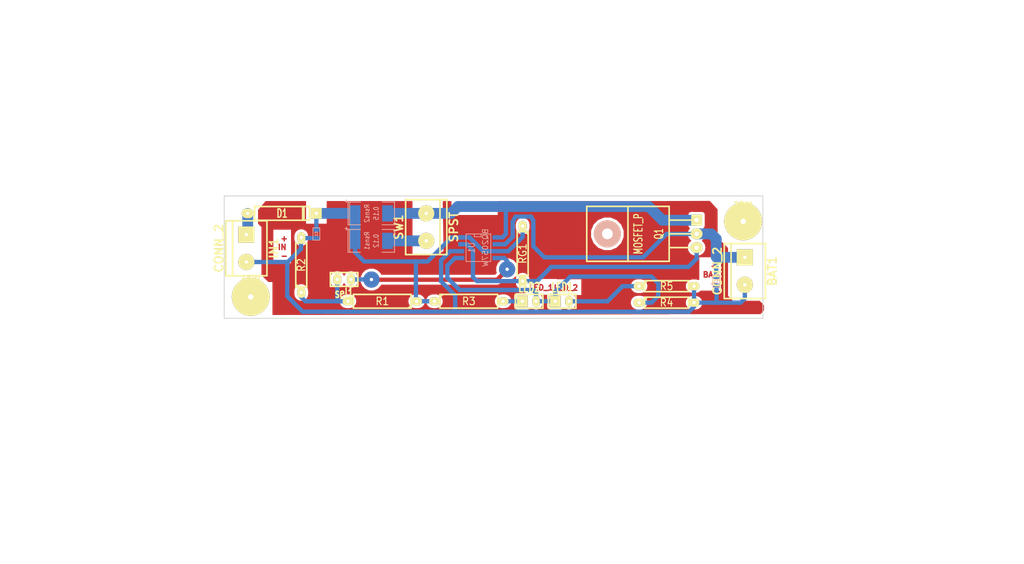
<source format=kicad_pcb>
(kicad_pcb (version 4) (host pcbnew "(after 2015-may-01 BZR unknown)-product")

  (general
    (links 33)
    (no_connects 0)
    (area 97.181599 91.923799 196.950401 114.730601)
    (thickness 1.6)
    (drawings 19)
    (tracks 153)
    (zones 0)
    (modules 21)
    (nets 13)
  )

  (page A4)
  (title_block
    (title Cargador_DFV)
    (rev 1)
  )

  (layers
    (0 F.Cu signal)
    (31 B.Cu signal)
    (32 B.Adhes user)
    (33 F.Adhes user)
    (34 B.Paste user)
    (35 F.Paste user)
    (36 B.SilkS user)
    (37 F.SilkS user)
    (38 B.Mask user hide)
    (39 F.Mask user)
    (40 Dwgs.User user hide)
    (41 Cmts.User user)
    (42 Eco1.User user)
    (43 Eco2.User user)
    (44 Edge.Cuts user)
  )

  (setup
    (last_trace_width 0.8)
    (trace_clearance 0.254)
    (zone_clearance 0.508)
    (zone_45_only yes)
    (trace_min 0.254)
    (segment_width 0.2)
    (edge_width 0.15)
    (via_size 3)
    (via_drill 0.635)
    (via_min_size 0.889)
    (via_min_drill 0.508)
    (uvia_size 1.2)
    (uvia_drill 0.6)
    (uvias_allowed no)
    (uvia_min_size 0.508)
    (uvia_min_drill 0.127)
    (pcb_text_width 0.3)
    (pcb_text_size 1 1)
    (mod_edge_width 0.15)
    (mod_text_size 1 1)
    (mod_text_width 0.15)
    (pad_size 3 3)
    (pad_drill 0.6)
    (pad_to_mask_clearance 0)
    (aux_axis_origin 0 0)
    (visible_elements 7FFFFFCF)
    (pcbplotparams
      (layerselection 0x00030_80000001)
      (usegerberextensions false)
      (excludeedgelayer true)
      (linewidth 0.150000)
      (plotframeref false)
      (viasonmask false)
      (mode 1)
      (useauxorigin false)
      (hpglpennumber 1)
      (hpglpenspeed 20)
      (hpglpendiameter 15)
      (hpglpenoverlay 2)
      (psnegative false)
      (psa4output false)
      (plotreference true)
      (plotvalue true)
      (plotinvisibletext false)
      (padsonsilk false)
      (subtractmaskfromsilk false)
      (outputformat 2)
      (mirror false)
      (drillshape 2)
      (scaleselection 1)
      (outputdirectory ""))
  )

  (net 0 "")
  (net 1 N-000001)
  (net 2 N-0000010)
  (net 3 N-0000011)
  (net 4 N-0000012)
  (net 5 N-000002)
  (net 6 N-000003)
  (net 7 N-000004)
  (net 8 N-000005)
  (net 9 N-000006)
  (net 10 N-000007)
  (net 11 N-000008)
  (net 12 N-000009)

  (net_class Default "This is the default net class."
    (clearance 0.254)
    (trace_width 0.8)
    (via_dia 3)
    (via_drill 0.635)
    (uvia_dia 1.2)
    (uvia_drill 0.6)
    (add_net N-000001)
    (add_net N-0000010)
    (add_net N-0000011)
    (add_net N-0000012)
    (add_net N-000003)
    (add_net N-000004)
    (add_net N-000007)
    (add_net N-000008)
  )

  (net_class Potencia ""
    (clearance 0.254)
    (trace_width 2)
    (via_dia 5)
    (via_drill 0.635)
    (uvia_dia 1.2)
    (uvia_drill 0.6)
    (add_net N-000002)
    (add_net N-000005)
    (add_net N-000006)
    (add_net N-000009)
  )

  (module SM2512 (layer B.Cu) (tedit 555CBB10) (tstamp 555B8A30)
    (at 124.46 100.33)
    (tags "CMS SM")
    (path /555B61D6)
    (attr smd)
    (fp_text reference Rsns1 (at -0.8001 0 270) (layer B.SilkS)
      (effects (font (size 0.889 0.762) (thickness 0.127)) (justify mirror))
    )
    (fp_text value 0.12 (at 0.89916 0 270) (layer B.SilkS)
      (effects (font (size 0.889 0.762) (thickness 0.127)) (justify mirror))
    )
    (fp_line (start -3.99956 2.10058) (end -3.99956 -2.10058) (layer B.SilkS) (width 0.14986))
    (fp_text user + (at -4.59994 -2.30124) (layer B.SilkS)
      (effects (font (size 0.7 0.7) (thickness 0.15)) (justify mirror))
    )
    (fp_line (start -4.30022 2.10058) (end -4.30022 -2.10058) (layer B.SilkS) (width 0.14986))
    (fp_line (start 4.30022 2.10058) (end 4.30022 -2.10058) (layer B.SilkS) (width 0.14986))
    (fp_line (start 1.99644 -2.10566) (end 4.28244 -2.10566) (layer B.SilkS) (width 0.14986))
    (fp_line (start 4.28244 2.10566) (end 1.99644 2.10566) (layer B.SilkS) (width 0.14986))
    (fp_line (start -1.99898 2.10566) (end -4.28498 2.10566) (layer B.SilkS) (width 0.14986))
    (fp_line (start -4.28244 -2.10566) (end -1.99644 -2.10566) (layer B.SilkS) (width 0.14986))
    (pad 1 smd rect (at -2.99974 0) (size 1.99898 2.99974) (layers B.Cu B.Paste B.Mask)
      (net 7 N-000004))
    (pad 2 smd rect (at 2.99974 0) (size 1.99898 2.99974) (layers B.Cu B.Paste B.Mask)
      (net 9 N-000006))
    (model smd\chip_smd_pol_wide.wrl
      (at (xyz 0 0 0))
      (scale (xyz 0.35 0.35 0.35))
      (rotate (xyz 0 0 0))
    )
  )

  (module SM2512 (layer B.Cu) (tedit 555CBAA3) (tstamp 555B8D3C)
    (at 124.46 95.25)
    (tags "CMS SM")
    (path /551A79B8)
    (attr smd)
    (fp_text reference Rsns2 (at -0.8001 0 270) (layer B.SilkS)
      (effects (font (size 0.889 0.762) (thickness 0.127)) (justify mirror))
    )
    (fp_text value 0.15 (at 0.89916 0 270) (layer B.SilkS)
      (effects (font (size 0.889 0.762) (thickness 0.127)) (justify mirror))
    )
    (fp_line (start -3.99956 2.10058) (end -3.99956 -2.10058) (layer B.SilkS) (width 0.14986))
    (fp_text user + (at -4.59994 -2.30124) (layer B.SilkS)
      (effects (font (size 0.7 0.7) (thickness 0.15)) (justify mirror))
    )
    (fp_line (start -4.30022 2.10058) (end -4.30022 -2.10058) (layer B.SilkS) (width 0.14986))
    (fp_line (start 4.30022 2.10058) (end 4.30022 -2.10058) (layer B.SilkS) (width 0.14986))
    (fp_line (start 1.99644 -2.10566) (end 4.28244 -2.10566) (layer B.SilkS) (width 0.14986))
    (fp_line (start 4.28244 2.10566) (end 1.99644 2.10566) (layer B.SilkS) (width 0.14986))
    (fp_line (start -1.99898 2.10566) (end -4.28498 2.10566) (layer B.SilkS) (width 0.14986))
    (fp_line (start -4.28244 -2.10566) (end -1.99644 -2.10566) (layer B.SilkS) (width 0.14986))
    (pad 1 smd rect (at -2.99974 0) (size 1.99898 2.99974) (layers B.Cu B.Paste B.Mask)
      (net 7 N-000004))
    (pad 2 smd rect (at 2.99974 0) (size 1.99898 2.99974) (layers B.Cu B.Paste B.Mask)
      (net 5 N-000002))
    (model smd\chip_smd_pol_wide.wrl
      (at (xyz 0 0 0))
      (scale (xyz 0.35 0.35 0.35))
      (rotate (xyz 0 0 0))
    )
  )

  (module SO8N (layer B.Cu) (tedit 555CBB43) (tstamp 555B8A14)
    (at 144.272 101.6 270)
    (descr "Module CMS SOJ 8 pins large")
    (tags "CMS SOJ")
    (path /555B9281)
    (attr smd)
    (fp_text reference U1 (at 0 1.27 270) (layer B.SilkS)
      (effects (font (size 1.143 1.016) (thickness 0.127)) (justify mirror))
    )
    (fp_text value BQ2057W (at 0 -1.27 270) (layer B.SilkS)
      (effects (font (size 1.016 1.016) (thickness 0.127)) (justify mirror))
    )
    (fp_line (start -2.54 2.286) (end 2.54 2.286) (layer B.SilkS) (width 0.127))
    (fp_line (start 2.54 2.286) (end 2.54 -2.286) (layer B.SilkS) (width 0.127))
    (fp_line (start 2.54 -2.286) (end -2.54 -2.286) (layer B.SilkS) (width 0.127))
    (fp_line (start -2.54 -2.286) (end -2.54 2.286) (layer B.SilkS) (width 0.127))
    (fp_line (start -2.54 0.762) (end -2.032 0.762) (layer B.SilkS) (width 0.127))
    (fp_line (start -2.032 0.762) (end -2.032 -0.508) (layer B.SilkS) (width 0.127))
    (fp_line (start -2.032 -0.508) (end -2.54 -0.508) (layer B.SilkS) (width 0.127))
    (pad 8 smd rect (at -1.905 3.175 270) (size 0.8 1.143) (layers B.Cu B.Paste B.Mask)
      (net 7 N-000004))
    (pad 7 smd rect (at -0.635 3.175 270) (size 0.8 1.143) (layers B.Cu B.Paste B.Mask)
      (net 2 N-0000010))
    (pad 6 smd rect (at 0.635 3.175 270) (size 0.8 1.143) (layers B.Cu B.Paste B.Mask)
      (net 4 N-0000012))
    (pad 5 smd rect (at 1.905 3.175 270) (size 0.8 1.143) (layers B.Cu B.Paste B.Mask)
      (net 6 N-000003))
    (pad 4 smd rect (at 1.905 -3.175 270) (size 0.8 1.143) (layers B.Cu B.Paste B.Mask)
      (net 1 N-000001))
    (pad 3 smd rect (at 0.635 -3.175 270) (size 0.508 1.143) (layers B.Cu B.Paste B.Mask)
      (net 7 N-000004))
    (pad 2 smd rect (at -0.635 -3.175 270) (size 0.8 1.143) (layers B.Cu B.Paste B.Mask)
      (net 12 N-000009))
    (pad 1 smd rect (at -1.905 -3.175 270) (size 0.8 1.143) (layers B.Cu B.Paste B.Mask)
      (net 5 N-000002))
    (model smd/cms_so8.wrl
      (at (xyz 0 0 0))
      (scale (xyz 0.5 0.38 0.5))
      (rotate (xyz 0 0 0))
    )
  )

  (module SM0603 (layer B.Cu) (tedit 555CBB4F) (tstamp 555B930E)
    (at 188.2648 107.7976 270)
    (path /551A7CA5)
    (attr smd)
    (fp_text reference C2 (at 0 0 270) (layer B.SilkS)
      (effects (font (size 0.508 0.4572) (thickness 0.1143)) (justify mirror))
    )
    (fp_text value 0.1uF (at 0 0 270) (layer B.SilkS) hide
      (effects (font (size 0.508 0.4572) (thickness 0.1143)) (justify mirror))
    )
    (fp_line (start -1.143 0.635) (end 1.143 0.635) (layer B.SilkS) (width 0.127))
    (fp_line (start 1.143 0.635) (end 1.143 -0.635) (layer B.SilkS) (width 0.127))
    (fp_line (start 1.143 -0.635) (end -1.143 -0.635) (layer B.SilkS) (width 0.127))
    (fp_line (start -1.143 -0.635) (end -1.143 0.635) (layer B.SilkS) (width 0.127))
    (pad 1 smd rect (at -0.762 0 270) (size 0.635 1.143) (layers B.Cu B.Paste B.Mask)
      (net 12 N-000009))
    (pad 2 smd rect (at 0.762 0 270) (size 0.635 1.143) (layers B.Cu B.Paste B.Mask)
      (net 4 N-0000012))
    (model smd\resistors\R0603.wrl
      (at (xyz 0 0 0.001))
      (scale (xyz 0.5 0.5 0.5))
      (rotate (xyz 0 0 0))
    )
  )

  (module SM0603 (layer B.Cu) (tedit 555CBAB3) (tstamp 555B8A44)
    (at 114.3 99.06 270)
    (path /551A7CB4)
    (attr smd)
    (fp_text reference C1 (at 0 0 270) (layer B.SilkS)
      (effects (font (size 0.508 0.4572) (thickness 0.1143)) (justify mirror))
    )
    (fp_text value 0.1uF (at 0 0 270) (layer B.SilkS) hide
      (effects (font (size 0.508 0.4572) (thickness 0.1143)) (justify mirror))
    )
    (fp_line (start -1.143 0.635) (end 1.143 0.635) (layer B.SilkS) (width 0.127))
    (fp_line (start 1.143 0.635) (end 1.143 -0.635) (layer B.SilkS) (width 0.127))
    (fp_line (start 1.143 -0.635) (end -1.143 -0.635) (layer B.SilkS) (width 0.127))
    (fp_line (start -1.143 -0.635) (end -1.143 0.635) (layer B.SilkS) (width 0.127))
    (pad 1 smd rect (at -0.762 0 270) (size 0.635 1.143) (layers B.Cu B.Paste B.Mask)
      (net 7 N-000004))
    (pad 2 smd rect (at 0.762 0 270) (size 0.635 1.143) (layers B.Cu B.Paste B.Mask)
      (net 4 N-0000012))
    (model smd\resistors\R0603.wrl
      (at (xyz 0 0 0.001))
      (scale (xyz 0.5 0.5 0.5))
      (rotate (xyz 0 0 0))
    )
  )

  (module R5 (layer F.Cu) (tedit 555BADE4) (tstamp 555B8A51)
    (at 142.494 111.506)
    (descr "Resistance 5 pas")
    (tags R)
    (path /551A7C59)
    (autoplace_cost180 10)
    (fp_text reference R3 (at 0 0) (layer F.SilkS)
      (effects (font (size 1.397 1.27) (thickness 0.2032)))
    )
    (fp_text value 511 (at 0 0) (layer F.SilkS) hide
      (effects (font (size 1.397 1.27) (thickness 0.2032)))
    )
    (fp_line (start -6.35 0) (end -5.334 0) (layer F.SilkS) (width 0.3048))
    (fp_line (start 6.35 0) (end 5.334 0) (layer F.SilkS) (width 0.3048))
    (fp_line (start 5.334 -1.27) (end 5.334 1.27) (layer F.SilkS) (width 0.3048))
    (fp_line (start 5.334 1.27) (end -5.334 1.27) (layer F.SilkS) (width 0.3048))
    (fp_line (start -5.334 1.27) (end -5.334 -1.27) (layer F.SilkS) (width 0.3048))
    (fp_line (start -5.334 -1.27) (end 5.334 -1.27) (layer F.SilkS) (width 0.3048))
    (fp_line (start -5.334 -0.762) (end -4.826 -1.27) (layer F.SilkS) (width 0.3048))
    (pad 1 thru_hole oval (at -6.35 0) (size 2 1.524) (drill 0.6) (layers *.Cu *.Mask F.SilkS)
      (net 7 N-000004))
    (pad 2 thru_hole oval (at 6.35 0) (size 2 1.524) (drill 0.6) (layers *.Cu *.Mask F.SilkS)
      (net 3 N-0000011))
    (model discret/resistor.wrl
      (at (xyz 0 0 0))
      (scale (xyz 0.5 0.5 0.5))
      (rotate (xyz 0 0 0))
    )
  )

  (module R5 (layer F.Cu) (tedit 555BADD2) (tstamp 555B8A92)
    (at 126.492 111.506 180)
    (descr "Resistance 5 pas")
    (tags R)
    (path /555B604B)
    (autoplace_cost180 10)
    (fp_text reference R1 (at 0 0 180) (layer F.SilkS)
      (effects (font (size 1.397 1.27) (thickness 0.2032)))
    )
    (fp_text value 10k (at 0 0 180) (layer F.SilkS) hide
      (effects (font (size 1.397 1.27) (thickness 0.2032)))
    )
    (fp_line (start -6.35 0) (end -5.334 0) (layer F.SilkS) (width 0.3048))
    (fp_line (start 6.35 0) (end 5.334 0) (layer F.SilkS) (width 0.3048))
    (fp_line (start 5.334 -1.27) (end 5.334 1.27) (layer F.SilkS) (width 0.3048))
    (fp_line (start 5.334 1.27) (end -5.334 1.27) (layer F.SilkS) (width 0.3048))
    (fp_line (start -5.334 1.27) (end -5.334 -1.27) (layer F.SilkS) (width 0.3048))
    (fp_line (start -5.334 -1.27) (end 5.334 -1.27) (layer F.SilkS) (width 0.3048))
    (fp_line (start -5.334 -0.762) (end -4.826 -1.27) (layer F.SilkS) (width 0.3048))
    (pad 1 thru_hole oval (at -6.35 0 180) (size 2 1.524) (drill 0.6) (layers *.Cu *.Mask F.SilkS)
      (net 7 N-000004))
    (pad 2 thru_hole oval (at 6.35 0 180) (size 2 1.524) (drill 0.6) (layers *.Cu *.Mask F.SilkS)
      (net 10 N-000007))
    (model discret/resistor.wrl
      (at (xyz 0 0 0))
      (scale (xyz 0.5 0.5 0.5))
      (rotate (xyz 0 0 0))
    )
  )

  (module D5 (layer F.Cu) (tedit 555BAE86) (tstamp 555B8AA2)
    (at 107.95 95.25)
    (descr "Diode 5 pas")
    (tags "DIODE DEV")
    (path /551BBC8E)
    (fp_text reference D1 (at 0 0) (layer F.SilkS)
      (effects (font (size 1.524 1.016) (thickness 0.3048)))
    )
    (fp_text value DIODESCH (at -0.254 0) (layer F.SilkS) hide
      (effects (font (size 1.524 1.016) (thickness 0.3048)))
    )
    (fp_line (start 6.35 0) (end 5.08 0) (layer F.SilkS) (width 0.3048))
    (fp_line (start 5.08 0) (end 5.08 -1.27) (layer F.SilkS) (width 0.3048))
    (fp_line (start 5.08 -1.27) (end -5.08 -1.27) (layer F.SilkS) (width 0.3048))
    (fp_line (start -5.08 -1.27) (end -5.08 0) (layer F.SilkS) (width 0.3048))
    (fp_line (start -5.08 0) (end -6.35 0) (layer F.SilkS) (width 0.3048))
    (fp_line (start -5.08 0) (end -5.08 1.27) (layer F.SilkS) (width 0.3048))
    (fp_line (start -5.08 1.27) (end 5.08 1.27) (layer F.SilkS) (width 0.3048))
    (fp_line (start 5.08 1.27) (end 5.08 0) (layer F.SilkS) (width 0.3048))
    (fp_line (start 3.81 -1.27) (end 3.81 1.27) (layer F.SilkS) (width 0.3048))
    (fp_line (start 4.064 -1.27) (end 4.064 1.27) (layer F.SilkS) (width 0.3048))
    (pad 1 thru_hole oval (at -6.35 0) (size 2.2 1.778) (drill 0.6) (layers *.Cu *.Mask F.SilkS)
      (net 8 N-000005))
    (pad 2 thru_hole rect (at 6.35 0) (size 2 2) (drill 0.6) (layers *.Cu *.Mask F.SilkS)
      (net 7 N-000004))
    (model discret/diode.wrl
      (at (xyz 0 0 0))
      (scale (xyz 0.5 0.5 0.5))
      (rotate (xyz 0 0 0))
    )
  )

  (module bornier2 (layer F.Cu) (tedit 5564F4E5) (tstamp 555B8AAD)
    (at 134.62 97.79 90)
    (descr "Bornier d'alimentation 2 pins")
    (tags DEV)
    (path /555B6268)
    (fp_text reference SW1 (at 0 -5.08 90) (layer F.SilkS)
      (effects (font (thickness 0.3048)))
    )
    (fp_text value SPST (at 0 5.08 90) (layer F.SilkS)
      (effects (font (thickness 0.3048)))
    )
    (fp_line (start 5.08 2.54) (end -5.08 2.54) (layer F.SilkS) (width 0.3048))
    (fp_line (start 5.08 3.81) (end 5.08 -3.81) (layer F.SilkS) (width 0.3048))
    (fp_line (start 5.08 -3.81) (end -5.08 -3.81) (layer F.SilkS) (width 0.3048))
    (fp_line (start -5.08 -3.81) (end -5.08 3.81) (layer F.SilkS) (width 0.3048))
    (fp_line (start -5.08 3.81) (end 5.08 3.81) (layer F.SilkS) (width 0.3048))
    (pad 1 thru_hole circle (at -2.54 0 90) (size 3 3) (drill 0.6) (layers *.Cu *.Mask F.SilkS)
      (net 9 N-000006))
    (pad 2 thru_hole circle (at 2.54 0 90) (size 3 3) (drill 0.6) (layers *.Cu *.Mask F.SilkS)
      (net 5 N-000002))
    (model device/bornier_2.wrl
      (at (xyz 0 0 0))
      (scale (xyz 1 1 1))
      (rotate (xyz 0 0 0))
    )
  )

  (module bornier2 (layer F.Cu) (tedit 555BAF2D) (tstamp 555B8AD9)
    (at 193.548 105.918 270)
    (descr "Bornier d'alimentation 2 pins")
    (tags DEV)
    (path /551BBF37)
    (fp_text reference BAT1 (at 0 -5.08 270) (layer F.SilkS)
      (effects (font (thickness 0.3048)))
    )
    (fp_text value CONN_2 (at 0 5.08 270) (layer F.SilkS)
      (effects (font (thickness 0.3048)))
    )
    (fp_line (start 5.08 2.54) (end -5.08 2.54) (layer F.SilkS) (width 0.3048))
    (fp_line (start 5.08 3.81) (end 5.08 -3.81) (layer F.SilkS) (width 0.3048))
    (fp_line (start 5.08 -3.81) (end -5.08 -3.81) (layer F.SilkS) (width 0.3048))
    (fp_line (start -5.08 -3.81) (end -5.08 3.81) (layer F.SilkS) (width 0.3048))
    (fp_line (start -5.08 3.81) (end 5.08 3.81) (layer F.SilkS) (width 0.3048))
    (pad 1 thru_hole rect (at -2.54 0 270) (size 3 3) (drill 0.6) (layers *.Cu *.Mask F.SilkS)
      (net 12 N-000009))
    (pad 2 thru_hole circle (at 2.54 0 270) (size 3 3) (drill 0.6) (layers *.Cu *.Mask F.SilkS)
      (net 4 N-0000012))
    (model device/bornier_2.wrl
      (at (xyz 0 0 0))
      (scale (xyz 1 1 1))
      (rotate (xyz 0 0 0))
    )
  )

  (module bornier2 (layer F.Cu) (tedit 555BAEC7) (tstamp 555B8AE4)
    (at 101.346 101.7016 270)
    (descr "Bornier d'alimentation 2 pins")
    (tags DEV)
    (path /551BBEB1)
    (fp_text reference IN1 (at 0 -5.08 270) (layer F.SilkS)
      (effects (font (thickness 0.3048)))
    )
    (fp_text value CONN_2 (at 0 5.08 270) (layer F.SilkS)
      (effects (font (thickness 0.3048)))
    )
    (fp_line (start 5.08 2.54) (end -5.08 2.54) (layer F.SilkS) (width 0.3048))
    (fp_line (start 5.08 3.81) (end 5.08 -3.81) (layer F.SilkS) (width 0.3048))
    (fp_line (start 5.08 -3.81) (end -5.08 -3.81) (layer F.SilkS) (width 0.3048))
    (fp_line (start -5.08 -3.81) (end -5.08 3.81) (layer F.SilkS) (width 0.3048))
    (fp_line (start -5.08 3.81) (end 5.08 3.81) (layer F.SilkS) (width 0.3048))
    (pad 1 thru_hole rect (at -2.54 0 270) (size 3 3) (drill 0.6) (layers *.Cu *.Mask F.SilkS)
      (net 8 N-000005))
    (pad 2 thru_hole circle (at 2.54 0 270) (size 3 3) (drill 0.6) (layers *.Cu *.Mask F.SilkS)
      (net 4 N-0000012))
    (model device/bornier_2.wrl
      (at (xyz 0 0 0))
      (scale (xyz 1 1 1))
      (rotate (xyz 0 0 0))
    )
  )

  (module SIL-2 (layer F.Cu) (tedit 555BAE52) (tstamp 555B8AB8)
    (at 119.4308 107.4674 180)
    (descr "Connecteurs 2 pins")
    (tags "CONN DEV")
    (path /555B5FED)
    (fp_text reference sel1 (at 0 -2.54 180) (layer F.SilkS)
      (effects (font (size 1.72974 1.08712) (thickness 0.3048)))
    )
    (fp_text value CONN_2 (at 0 -2.54 180) (layer F.SilkS) hide
      (effects (font (size 1.524 1.016) (thickness 0.3048)))
    )
    (fp_line (start -2.54 1.27) (end -2.54 -1.27) (layer F.SilkS) (width 0.3048))
    (fp_line (start -2.54 -1.27) (end 2.54 -1.27) (layer F.SilkS) (width 0.3048))
    (fp_line (start 2.54 -1.27) (end 2.54 1.27) (layer F.SilkS) (width 0.3048))
    (fp_line (start 2.54 1.27) (end -2.54 1.27) (layer F.SilkS) (width 0.3048))
    (pad 1 thru_hole oval (at -1.27 0 180) (size 1.5 2) (drill 0.6) (layers *.Cu *.Mask F.SilkS)
      (net 1 N-000001))
    (pad 2 thru_hole oval (at 1.27 0 180) (size 1.5 2) (drill 0.6) (layers *.Cu *.Mask F.SilkS)
      (net 10 N-000007))
    (model Pin_Array/pins_array_2x1.wrl
      (at (xyz 0 0 0))
      (scale (xyz 1 1 1))
      (rotate (xyz 0 0 0))
    )
  )

  (module 1pin (layer F.Cu) (tedit 555C7849) (tstamp 555C657A)
    (at 102.1588 110.6932)
    (descr "module 1 pin (ou trou mecanique de percage)")
    (tags DEV)
    (path 1pin)
    (fp_text reference 1PIN (at 0 -3.048) (layer F.SilkS)
      (effects (font (size 1.016 1.016) (thickness 0.254)))
    )
    (fp_text value P*** (at 0 2.794) (layer F.SilkS) hide
      (effects (font (size 1.016 1.016) (thickness 0.254)))
    )
    (fp_circle (center 0 0) (end 0 -2.286) (layer F.SilkS) (width 0.381))
    (pad 1 thru_hole circle (at 0 0) (size 7 7) (drill 1) (layers *.Cu *.Mask F.SilkS))
  )

  (module 1pin (layer F.Cu) (tedit 555C7842) (tstamp 555C65F0)
    (at 193.2432 96.7232)
    (descr "module 1 pin (ou trou mecanique de percage)")
    (tags DEV)
    (path 1pin)
    (fp_text reference 2PIN (at 0 -3.048) (layer F.SilkS)
      (effects (font (size 1.016 1.016) (thickness 0.254)))
    )
    (fp_text value P*** (at 0 2.794) (layer F.SilkS) hide
      (effects (font (size 1.016 1.016) (thickness 0.254)))
    )
    (fp_circle (center 0 0) (end 0 -2.286) (layer F.SilkS) (width 0.381))
    (pad 1 thru_hole circle (at 0 0) (size 7 7) (drill 1) (layers *.Cu *.Mask F.SilkS))
  )

  (module SIL-2 (layer F.Cu) (tedit 555C70B1) (tstamp 555B8AC3)
    (at 153.67 111.506)
    (descr "Connecteurs 2 pins")
    (tags "CONN DEV")
    (path /551BC05B)
    (fp_text reference LED2 (at 0 -2.54) (layer F.SilkS)
      (effects (font (size 1.72974 1.08712) (thickness 0.3048)))
    )
    (fp_text value CONN_2 (at 0 -2.54) (layer F.SilkS) hide
      (effects (font (size 1.524 1.016) (thickness 0.3048)))
    )
    (fp_line (start -2.54 1.27) (end -2.54 -1.27) (layer F.SilkS) (width 0.3048))
    (fp_line (start -2.54 -1.27) (end 2.54 -1.27) (layer F.SilkS) (width 0.3048))
    (fp_line (start 2.54 -1.27) (end 2.54 1.27) (layer F.SilkS) (width 0.3048))
    (fp_line (start 2.54 1.27) (end -2.54 1.27) (layer F.SilkS) (width 0.3048))
    (pad 1 thru_hole rect (at -1.27 0) (size 2 2) (drill 0.6) (layers *.Cu *.Mask F.SilkS)
      (net 3 N-0000011))
    (pad 2 thru_hole oval (at 1.27 0) (size 1.397 2) (drill 0.6) (layers *.Cu *.Mask F.SilkS)
      (net 6 N-000003))
    (model Pin_Array/pins_array_2x1.wrl
      (at (xyz 0 0 0))
      (scale (xyz 1 1 1))
      (rotate (xyz 0 0 0))
    )
  )

  (module SIL-2 (layer F.Cu) (tedit 555C70CA) (tstamp 555B8ACE)
    (at 159.766 111.506)
    (descr "Connecteurs 2 pins")
    (tags "CONN DEV")
    (path /551BBFC2)
    (fp_text reference LED1 (at 0 -2.54) (layer F.SilkS)
      (effects (font (size 1.72974 1.08712) (thickness 0.3048)))
    )
    (fp_text value CONN_2 (at 0 -2.54) (layer F.SilkS) hide
      (effects (font (size 1.524 1.016) (thickness 0.3048)))
    )
    (fp_line (start -2.54 1.27) (end -2.54 -1.27) (layer F.SilkS) (width 0.3048))
    (fp_line (start -2.54 -1.27) (end 2.54 -1.27) (layer F.SilkS) (width 0.3048))
    (fp_line (start 2.54 -1.27) (end 2.54 1.27) (layer F.SilkS) (width 0.3048))
    (fp_line (start 2.54 1.27) (end -2.54 1.27) (layer F.SilkS) (width 0.3048))
    (pad 1 thru_hole rect (at -1.27 0) (size 2 2) (drill 0.6) (layers *.Cu *.Mask F.SilkS)
      (net 6 N-000003))
    (pad 2 thru_hole oval (at 1.27 0) (size 1.397 2) (drill 0.6) (layers *.Cu *.Mask F.SilkS)
      (net 11 N-000008))
    (model Pin_Array/pins_array_2x1.wrl
      (at (xyz 0 0 0))
      (scale (xyz 1 1 1))
      (rotate (xyz 0 0 0))
    )
  )

  (module R4 (layer F.Cu) (tedit 555C70E6) (tstamp 555B8A6B)
    (at 179.07 108.712)
    (descr "Resitance 4 pas")
    (tags R)
    (path /551BB6C6)
    (autoplace_cost180 10)
    (fp_text reference R5 (at 0 0) (layer F.SilkS)
      (effects (font (size 1.397 1.27) (thickness 0.2032)))
    )
    (fp_text value 1k (at 0 0) (layer F.SilkS) hide
      (effects (font (size 1.397 1.27) (thickness 0.2032)))
    )
    (fp_line (start -5.08 0) (end -4.064 0) (layer F.SilkS) (width 0.3048))
    (fp_line (start -4.064 0) (end -4.064 -1.016) (layer F.SilkS) (width 0.3048))
    (fp_line (start -4.064 -1.016) (end 4.064 -1.016) (layer F.SilkS) (width 0.3048))
    (fp_line (start 4.064 -1.016) (end 4.064 1.016) (layer F.SilkS) (width 0.3048))
    (fp_line (start 4.064 1.016) (end -4.064 1.016) (layer F.SilkS) (width 0.3048))
    (fp_line (start -4.064 1.016) (end -4.064 0) (layer F.SilkS) (width 0.3048))
    (fp_line (start -4.064 -0.508) (end -3.556 -1.016) (layer F.SilkS) (width 0.3048))
    (fp_line (start 5.08 0) (end 4.064 0) (layer F.SilkS) (width 0.3048))
    (pad 1 thru_hole oval (at -5.08 0) (size 2 1.524) (drill 0.6) (layers *.Cu *.Mask F.SilkS)
      (net 11 N-000008))
    (pad 2 thru_hole oval (at 5.08 0) (size 2 1.524) (drill 0.6) (layers *.Cu *.Mask F.SilkS)
      (net 4 N-0000012))
    (model discret/resistor.wrl
      (at (xyz 0 0 0))
      (scale (xyz 0.4 0.4 0.4))
      (rotate (xyz 0 0 0))
    )
  )

  (module R4 (layer F.Cu) (tedit 555C70FC) (tstamp 555B8A78)
    (at 179.07 111.76)
    (descr "Resitance 4 pas")
    (tags R)
    (path /551BB6D5)
    (autoplace_cost180 10)
    (fp_text reference R4 (at 0 0) (layer F.SilkS)
      (effects (font (size 1.397 1.27) (thickness 0.2032)))
    )
    (fp_text value 1k (at 0 0) (layer F.SilkS) hide
      (effects (font (size 1.397 1.27) (thickness 0.2032)))
    )
    (fp_line (start -5.08 0) (end -4.064 0) (layer F.SilkS) (width 0.3048))
    (fp_line (start -4.064 0) (end -4.064 -1.016) (layer F.SilkS) (width 0.3048))
    (fp_line (start -4.064 -1.016) (end 4.064 -1.016) (layer F.SilkS) (width 0.3048))
    (fp_line (start 4.064 -1.016) (end 4.064 1.016) (layer F.SilkS) (width 0.3048))
    (fp_line (start 4.064 1.016) (end -4.064 1.016) (layer F.SilkS) (width 0.3048))
    (fp_line (start -4.064 1.016) (end -4.064 0) (layer F.SilkS) (width 0.3048))
    (fp_line (start -4.064 -0.508) (end -3.556 -1.016) (layer F.SilkS) (width 0.3048))
    (fp_line (start 5.08 0) (end 4.064 0) (layer F.SilkS) (width 0.3048))
    (pad 1 thru_hole oval (at -5.08 0) (size 2 1.524) (drill 0.6) (layers *.Cu *.Mask F.SilkS)
      (net 6 N-000003))
    (pad 2 thru_hole oval (at 5.08 0) (size 2 1.524) (drill 0.6) (layers *.Cu *.Mask F.SilkS)
      (net 4 N-0000012))
    (model discret/resistor.wrl
      (at (xyz 0 0 0))
      (scale (xyz 0.4 0.4 0.4))
      (rotate (xyz 0 0 0))
    )
  )

  (module R4 (layer F.Cu) (tedit 55649FAE) (tstamp 555B8A85)
    (at 111.506 104.8004 90)
    (descr "Resitance 4 pas")
    (tags R)
    (path /555B605B)
    (autoplace_cost180 10)
    (fp_text reference R2 (at 0 0 90) (layer F.SilkS)
      (effects (font (size 1.397 1.27) (thickness 0.2032)))
    )
    (fp_text value 10k (at 0 0 90) (layer F.SilkS) hide
      (effects (font (size 1.397 1.27) (thickness 0.2032)))
    )
    (fp_line (start -5.08 0) (end -4.064 0) (layer F.SilkS) (width 0.3048))
    (fp_line (start -4.064 0) (end -4.064 -1.016) (layer F.SilkS) (width 0.3048))
    (fp_line (start -4.064 -1.016) (end 4.064 -1.016) (layer F.SilkS) (width 0.3048))
    (fp_line (start 4.064 -1.016) (end 4.064 1.016) (layer F.SilkS) (width 0.3048))
    (fp_line (start 4.064 1.016) (end -4.064 1.016) (layer F.SilkS) (width 0.3048))
    (fp_line (start -4.064 1.016) (end -4.064 0) (layer F.SilkS) (width 0.3048))
    (fp_line (start -4.064 -0.508) (end -3.556 -1.016) (layer F.SilkS) (width 0.3048))
    (fp_line (start 5.08 0) (end 4.064 0) (layer F.SilkS) (width 0.3048))
    (pad 1 thru_hole oval (at -5.08 0 90) (size 2 1.54) (drill 0.6) (layers *.Cu *.Mask F.SilkS)
      (net 10 N-000007))
    (pad 2 thru_hole oval (at 5.08 0 90) (size 2 1.524) (drill 0.6) (layers *.Cu *.Mask F.SilkS)
      (net 4 N-0000012))
    (model discret/resistor.wrl
      (at (xyz 0 0 0))
      (scale (xyz 0.4 0.4 0.4))
      (rotate (xyz 0 0 0))
    )
  )

  (module TO220GDS (layer F.Cu) (tedit 555C7512) (tstamp 555D7EF9)
    (at 184.6326 99.0346 180)
    (descr "Transistor VMOS Irf530, TO220")
    (tags "TR TO220 DEV")
    (path /551A7A66)
    (fp_text reference Q1 (at 6.985 0 270) (layer F.SilkS)
      (effects (font (size 1.524 1.016) (thickness 0.2032)))
    )
    (fp_text value MOSFET_P (at 10.795 0 270) (layer F.SilkS)
      (effects (font (size 1.524 1.016) (thickness 0.2032)))
    )
    (fp_line (start 0 -2.54) (end 5.08 -2.54) (layer F.SilkS) (width 0.3048))
    (fp_line (start 0 0) (end 5.08 0) (layer F.SilkS) (width 0.3048))
    (fp_line (start 0 2.54) (end 5.08 2.54) (layer F.SilkS) (width 0.3048))
    (fp_line (start 5.08 -5.08) (end 20.32 -5.08) (layer F.SilkS) (width 0.3048))
    (fp_line (start 20.32 -5.08) (end 20.32 5.08) (layer F.SilkS) (width 0.3048))
    (fp_line (start 20.32 5.08) (end 5.08 5.08) (layer F.SilkS) (width 0.3048))
    (fp_line (start 5.08 5.08) (end 5.08 -5.08) (layer F.SilkS) (width 0.3048))
    (fp_line (start 12.7 5.08) (end 12.7 -5.08) (layer F.SilkS) (width 0.3048))
    (pad 4 thru_hole circle (at 16.51 0 180) (size 5 5) (drill 2) (layers *.Cu *.SilkS *.Mask))
    (pad G thru_hole oval (at 0 -2.54 180) (size 2.2 2) (drill 0.8) (layers *.Cu *.Mask F.SilkS)
      (net 2 N-0000010))
    (pad D thru_hole oval (at 0 0 180) (size 2.2 2) (drill 0.8) (layers *.Cu *.Mask F.SilkS)
      (net 12 N-000009))
    (pad S thru_hole rect (at 0 2.54 180) (size 2 2) (drill 0.8) (layers *.Cu *.Mask F.SilkS)
      (net 5 N-000002))
    (model discret/to220_horiz.wrl
      (at (xyz 0 0 0))
      (scale (xyz 1 1 1))
      (rotate (xyz 0 0 0))
    )
  )

  (module R4 (layer F.Cu) (tedit 55649F17) (tstamp 555B8A5E)
    (at 152.4508 102.6922 270)
    (descr "Resitance 4 pas")
    (tags R)
    (path /551A7C49)
    (autoplace_cost180 10)
    (fp_text reference RG1 (at 0 0 270) (layer F.SilkS)
      (effects (font (size 1.397 1.27) (thickness 0.2032)))
    )
    (fp_text value 1k (at 0 0 270) (layer F.SilkS) hide
      (effects (font (size 1.397 1.27) (thickness 0.2032)))
    )
    (fp_line (start -5.08 0) (end -4.064 0) (layer F.SilkS) (width 0.3048))
    (fp_line (start -4.064 0) (end -4.064 -1.016) (layer F.SilkS) (width 0.3048))
    (fp_line (start -4.064 -1.016) (end 4.064 -1.016) (layer F.SilkS) (width 0.3048))
    (fp_line (start 4.064 -1.016) (end 4.064 1.016) (layer F.SilkS) (width 0.3048))
    (fp_line (start 4.064 1.016) (end -4.064 1.016) (layer F.SilkS) (width 0.3048))
    (fp_line (start -4.064 1.016) (end -4.064 0) (layer F.SilkS) (width 0.3048))
    (fp_line (start -4.064 -0.508) (end -3.556 -1.016) (layer F.SilkS) (width 0.3048))
    (fp_line (start 5.08 0) (end 4.064 0) (layer F.SilkS) (width 0.3048))
    (pad 1 thru_hole oval (at -5.08 0 270) (size 2 1.54) (drill 0.6128) (layers *.Cu *.Mask F.SilkS)
      (net 7 N-000004))
    (pad 2 thru_hole oval (at 5.08 0 270) (size 2 1.524) (drill 0.6128) (layers *.Cu *.Mask F.SilkS)
      (net 2 N-0000010))
    (model discret/resistor.wrl
      (at (xyz 0 0 0))
      (scale (xyz 0.4 0.4 0.4))
      (rotate (xyz 0 0 0))
    )
  )

  (gr_line (start 97.2566 91.9988) (end 97.3074 91.9988) (angle 90) (layer Edge.Cuts) (width 0.15))
  (gr_line (start 97.2566 114.6556) (end 97.2566 91.9988) (angle 90) (layer Edge.Cuts) (width 0.15))
  (gr_line (start 196.8754 114.6556) (end 97.2566 114.6556) (angle 90) (layer Edge.Cuts) (width 0.15))
  (gr_line (start 196.8754 92.0242) (end 196.8754 114.6556) (angle 90) (layer Edge.Cuts) (width 0.15))
  (gr_line (start 97.282 92.0242) (end 196.8754 92.0242) (angle 90) (layer Edge.Cuts) (width 0.15))
  (gr_line (start 97.2566 92.0242) (end 97.2566 93.5228) (angle 90) (layer Eco2.User) (width 0.2))
  (gr_line (start 196.8754 92.0242) (end 97.2566 92.0242) (angle 90) (layer Eco2.User) (width 0.2))
  (gr_line (start 196.8754 114.6556) (end 196.8754 92.0242) (angle 90) (layer Eco2.User) (width 0.2))
  (gr_line (start 97.3328 114.6556) (end 196.8754 114.6556) (angle 90) (layer Eco2.User) (width 0.2))
  (gr_line (start 97.3328 93.1418) (end 97.3328 114.6556) (angle 90) (layer Eco2.User) (width 0.2))
  (gr_text DFV_2015 (at 143.5608 94.2086) (layer F.Cu)
    (effects (font (size 1 1) (thickness 0.25)))
  )
  (gr_text "  +\nBAT\n  -" (at 187.1218 106.5784) (layer F.Cu)
    (effects (font (size 1 1) (thickness 0.25)))
  )
  (gr_text " +\nIN\n -" (at 107.9754 101.4984) (layer F.Cu)
    (effects (font (size 1 1) (thickness 0.25)))
  )
  (gr_text LED_2 (at 160.4518 109.0168) (layer F.Cu)
    (effects (font (size 1 1) (thickness 0.25)))
  )
  (gr_text LED_1 (at 155.8798 108.966) (layer F.Cu)
    (effects (font (size 1 1) (thickness 0.25)))
  )
  (gr_line (start 55.88 160.02) (end 55.88 55.88) (angle 90) (layer Eco1.User) (width 0.2))
  (gr_line (start 245.11 160.02) (end 55.88 160.02) (angle 90) (layer Eco1.User) (width 0.2))
  (gr_line (start 245.11 55.88) (end 245.11 160.02) (angle 90) (layer Eco1.User) (width 0.2))
  (gr_line (start 55.88 55.88) (end 245.11 55.88) (angle 90) (layer Eco1.User) (width 0.2))

  (segment (start 120.7008 107.4674) (end 124.46 107.4674) (width 0.8) (layer B.Cu) (net 1))
  (segment (start 149.0472 103.505) (end 147.447 103.505) (width 0.8) (layer B.Cu) (net 1) (tstamp 5564F64C))
  (segment (start 149.6314 104.0892) (end 149.0472 103.505) (width 0.8) (layer B.Cu) (net 1) (tstamp 5564F649))
  (segment (start 149.6314 105.537) (end 149.6314 104.0892) (width 0.8) (layer B.Cu) (net 1) (tstamp 5564F644))
  (segment (start 149.5806 105.5878) (end 149.6314 105.537) (width 0.8) (layer B.Cu) (net 1) (tstamp 5564F643))
  (via (at 149.5806 105.5878) (size 3) (layers F.Cu B.Cu) (net 1))
  (segment (start 149.5806 105.664) (end 149.5806 105.5878) (width 0.8) (layer F.Cu) (net 1) (tstamp 5564F63E))
  (segment (start 147.7264 107.5182) (end 149.5806 105.664) (width 0.8) (layer F.Cu) (net 1) (tstamp 5564F627))
  (segment (start 124.5108 107.5182) (end 147.7264 107.5182) (width 0.8) (layer F.Cu) (net 1) (tstamp 5564F622))
  (segment (start 124.4854 107.4928) (end 124.5108 107.5182) (width 0.8) (layer F.Cu) (net 1) (tstamp 5564F621))
  (via (at 124.4854 107.4928) (size 3) (layers F.Cu B.Cu) (net 1))
  (segment (start 124.46 107.4674) (end 124.4854 107.4928) (width 0.8) (layer B.Cu) (net 1) (tstamp 5564F619))
  (segment (start 180.2892 105.156) (end 183.1086 105.156) (width 0.8) (layer B.Cu) (net 2))
  (segment (start 184.6326 103.632) (end 184.6326 101.5746) (width 0.8) (layer B.Cu) (net 2) (tstamp 5564F6E1))
  (segment (start 183.1086 105.156) (end 184.6326 103.632) (width 0.8) (layer B.Cu) (net 2) (tstamp 5564F6E0))
  (segment (start 152.4508 107.7722) (end 155.1178 107.7722) (width 0.8) (layer B.Cu) (net 2))
  (segment (start 155.448 107.442) (end 156.083 106.807) (width 0.8) (layer B.Cu) (net 2) (tstamp 5564F45D))
  (segment (start 157.099 105.791) (end 157.734 105.156) (width 0.8) (layer B.Cu) (net 2) (tstamp 5564A0BA))
  (segment (start 156.083 106.807) (end 157.099 105.791) (width 0.8) (layer B.Cu) (net 2) (tstamp 555CBCA8))
  (segment (start 157.734 105.156) (end 180.2892 105.156) (width 0.8) (layer B.Cu) (net 2) (tstamp 555CBCAC))
  (segment (start 180.2892 105.156) (end 180.467 105.156) (width 0.8) (layer B.Cu) (net 2) (tstamp 5564F6DE))
  (segment (start 155.1178 107.7722) (end 155.448 107.442) (width 0.8) (layer B.Cu) (net 2) (tstamp 5564F523))
  (segment (start 141.097 100.965) (end 142.113 100.965) (width 0.8) (layer B.Cu) (net 2))
  (segment (start 144.018 107.7722) (end 152.4508 107.7722) (width 0.8) (layer B.Cu) (net 2) (tstamp 5564F518))
  (segment (start 143.256 107.0102) (end 144.018 107.7722) (width 0.8) (layer B.Cu) (net 2) (tstamp 5564F516))
  (segment (start 143.256 102.108) (end 143.256 107.0102) (width 0.8) (layer B.Cu) (net 2) (tstamp 5564F511))
  (segment (start 142.113 100.965) (end 143.256 102.108) (width 0.8) (layer B.Cu) (net 2) (tstamp 5564F50F))
  (segment (start 148.844 111.506) (end 152.4 111.506) (width 0.8) (layer B.Cu) (net 3))
  (segment (start 141.097 102.235) (end 139.065 102.235) (width 0.8) (layer B.Cu) (net 4))
  (segment (start 139.9794 110.4392) (end 139.9794 113.4364) (width 0.8) (layer B.Cu) (net 4) (tstamp 5564F449))
  (segment (start 137.3632 107.823) (end 139.9794 110.4392) (width 0.8) (layer B.Cu) (net 4) (tstamp 5564F447))
  (segment (start 137.3632 103.9368) (end 137.3632 107.823) (width 0.8) (layer B.Cu) (net 4) (tstamp 5564F443))
  (segment (start 139.065 102.235) (end 137.3632 103.9368) (width 0.8) (layer B.Cu) (net 4) (tstamp 5564F440))
  (segment (start 108.9152 110.5916) (end 108.9152 104.2416) (width 0.8) (layer B.Cu) (net 4) (tstamp 555D8030))
  (segment (start 111.76 113.4364) (end 108.9152 110.5916) (width 0.8) (layer B.Cu) (net 4) (tstamp 555D802F))
  (segment (start 173.482 113.4364) (end 141.478 113.4364) (width 0.8) (layer B.Cu) (net 4) (tstamp 55649D3B))
  (segment (start 174.0916 113.4364) (end 173.482 113.4364) (width 0.8) (layer B.Cu) (net 4) (tstamp 555D802E))
  (segment (start 138.176 113.4364) (end 111.76 113.4364) (width 0.8) (layer B.Cu) (net 4) (tstamp 5564A044))
  (segment (start 141.478 113.4364) (end 139.9794 113.4364) (width 0.8) (layer B.Cu) (net 4) (tstamp 555CBCD8))
  (segment (start 139.9794 113.4364) (end 138.176 113.4364) (width 0.8) (layer B.Cu) (net 4) (tstamp 5564F44E))
  (segment (start 188.3156 108.6104) (end 188.2648 108.5596) (width 0.8) (layer B.Cu) (net 4) (tstamp 555D7FD8))
  (segment (start 188.3156 109.474) (end 188.3156 108.6104) (width 0.8) (layer B.Cu) (net 4) (tstamp 55649C9B))
  (segment (start 188.3156 109.6264) (end 188.3156 109.474) (width 0.8) (layer B.Cu) (net 4) (tstamp 555D7FD7))
  (segment (start 184.0484 108.7628) (end 184.0992 108.712) (width 0.8) (layer B.Cu) (net 4) (tstamp 555D7FB3))
  (segment (start 101.346 104.2416) (end 108.9152 104.2416) (width 0.8) (layer B.Cu) (net 4))
  (segment (start 108.9152 104.2416) (end 109.0168 104.2416) (width 0.8) (layer B.Cu) (net 4) (tstamp 555D8033))
  (segment (start 109.0168 104.2416) (end 111.4552 101.8032) (width 0.8) (layer B.Cu) (net 4) (tstamp 555D7F5F))
  (segment (start 111.4552 101.8032) (end 111.4552 99.7712) (width 0.8) (layer B.Cu) (net 4) (tstamp 555D7F60))
  (segment (start 111.4552 99.7712) (end 111.506 99.7204) (width 0.8) (layer B.Cu) (net 4) (tstamp 555D7F61))
  (segment (start 111.506 99.7204) (end 111.6076 99.822) (width 0.8) (layer B.Cu) (net 4) (tstamp 555D7F4B))
  (segment (start 111.6076 99.822) (end 114.3 99.822) (width 0.8) (layer B.Cu) (net 4) (tstamp 555D7F4C))
  (segment (start 184.0484 108.7628) (end 184.0992 108.712) (width 0.8) (layer B.Cu) (net 4) (tstamp 55649C46))
  (segment (start 193.548 110.998) (end 193.548 108.458) (width 0.8) (layer B.Cu) (net 4) (tstamp 55649D15))
  (segment (start 192.786 111.76) (end 193.548 110.998) (width 0.8) (layer B.Cu) (net 4) (tstamp 55649D13))
  (segment (start 188.468 111.76) (end 192.786 111.76) (width 0.8) (layer B.Cu) (net 4) (tstamp 55649D1C))
  (segment (start 184.15 111.76) (end 188.468 111.76) (width 0.8) (layer B.Cu) (net 4))
  (segment (start 188.3156 111.76) (end 188.468 111.76) (width 0.8) (layer B.Cu) (net 4) (tstamp 55649D19))
  (segment (start 188.3156 109.474) (end 188.3156 111.76) (width 0.8) (layer B.Cu) (net 4))
  (segment (start 184.15 112.522) (end 184.15 111.76) (width 0.8) (layer B.Cu) (net 4) (tstamp 55649D42))
  (segment (start 183.2356 113.4364) (end 184.15 112.522) (width 0.8) (layer B.Cu) (net 4) (tstamp 55649D3D))
  (segment (start 173.482 113.4364) (end 183.2356 113.4364) (width 0.8) (layer B.Cu) (net 4))
  (segment (start 184.15 108.712) (end 184.15 111.76) (width 0.8) (layer B.Cu) (net 4))
  (segment (start 184.6072 96.52) (end 182.245 96.52) (width 2) (layer B.Cu) (net 5))
  (segment (start 178.308 96.52) (end 182.245 96.52) (width 2) (layer B.Cu) (net 5) (tstamp 55649E00))
  (segment (start 175.768 93.98) (end 178.308 96.52) (width 2) (layer B.Cu) (net 5) (tstamp 55649DFB))
  (segment (start 175.768 93.98) (end 149.352 93.98) (width 2) (layer B.Cu) (net 5) (tstamp 55649E9C))
  (segment (start 184.6072 96.52) (end 184.6326 96.4946) (width 0.8) (layer B.Cu) (net 5) (tstamp 5564F6CE))
  (segment (start 134.62 95.25) (end 127.635 95.25) (width 2) (layer B.Cu) (net 5))
  (segment (start 139.192 95.25) (end 140.462 93.98) (width 2) (layer B.Cu) (net 5) (tstamp 55649DF7))
  (segment (start 134.62 95.25) (end 139.192 95.25) (width 2) (layer B.Cu) (net 5))
  (segment (start 140.462 93.98) (end 149.352 93.98) (width 2) (layer B.Cu) (net 5) (tstamp 55649DF9))
  (segment (start 148.717 99.695) (end 149.352 99.06) (width 0.8) (layer B.Cu) (net 5) (tstamp 55649E97))
  (segment (start 147.447 99.695) (end 148.717 99.695) (width 0.8) (layer B.Cu) (net 5))
  (segment (start 149.352 99.06) (end 149.352 93.98) (width 0.8) (layer B.Cu) (net 5) (tstamp 55649E99))
  (segment (start 141.097 103.505) (end 139.9286 103.505) (width 0.8) (layer B.Cu) (net 6))
  (segment (start 154.94 109.9566) (end 154.94 111.506) (width 0.8) (layer B.Cu) (net 6) (tstamp 5564F40E))
  (segment (start 154.4066 109.4232) (end 154.94 109.9566) (width 0.8) (layer B.Cu) (net 6) (tstamp 5564F40A))
  (segment (start 140.7922 109.4232) (end 154.4066 109.4232) (width 0.8) (layer B.Cu) (net 6) (tstamp 5564F404))
  (segment (start 138.5316 107.1626) (end 140.7922 109.4232) (width 0.8) (layer B.Cu) (net 6) (tstamp 5564F402))
  (segment (start 138.5316 104.902) (end 138.5316 107.1626) (width 0.8) (layer B.Cu) (net 6) (tstamp 5564F3F5))
  (segment (start 139.9286 103.505) (end 138.5316 104.902) (width 0.8) (layer B.Cu) (net 6) (tstamp 5564F3F3))
  (segment (start 154.94 111.506) (end 158.496 111.506) (width 0.8) (layer B.Cu) (net 6))
  (segment (start 158.496 109.728) (end 161.29 106.934) (width 0.8) (layer B.Cu) (net 6) (tstamp 5564A0EE))
  (segment (start 161.29 106.934) (end 176.276 106.934) (width 0.8) (layer B.Cu) (net 6) (tstamp 5564A0EF))
  (segment (start 176.276 106.934) (end 177.546 108.204) (width 0.8) (layer B.Cu) (net 6) (tstamp 5564A0F2))
  (segment (start 177.546 108.204) (end 177.546 110.49) (width 0.8) (layer B.Cu) (net 6) (tstamp 5564A0F4))
  (segment (start 177.546 110.49) (end 176.276 111.76) (width 0.8) (layer B.Cu) (net 6) (tstamp 5564A0F5))
  (segment (start 176.276 111.76) (end 173.99 111.76) (width 0.8) (layer B.Cu) (net 6) (tstamp 5564A0F7))
  (segment (start 158.496 111.506) (end 158.496 109.728) (width 0.8) (layer B.Cu) (net 6))
  (segment (start 147.447 102.235) (end 149.8092 102.235) (width 0.8) (layer B.Cu) (net 7))
  (segment (start 152.4508 99.5934) (end 152.4508 97.6122) (width 0.8) (layer B.Cu) (net 7) (tstamp 5564F506))
  (segment (start 149.8092 102.235) (end 152.4508 99.5934) (width 0.8) (layer B.Cu) (net 7) (tstamp 5564F503))
  (segment (start 132.715 108.458) (end 132.715 104.14) (width 0.8) (layer B.Cu) (net 7))
  (segment (start 132.715 104.14) (end 132.715 104.394) (width 0.8) (layer B.Cu) (net 7) (tstamp 555CBE7D))
  (segment (start 132.715 104.394) (end 132.715 104.14) (width 0.8) (layer B.Cu) (net 7) (tstamp 555CBE7F))
  (segment (start 128.5875 104.14) (end 132.715 104.14) (width 0.8) (layer B.Cu) (net 7))
  (segment (start 121.46026 100.33) (end 121.46026 102.47376) (width 0.8) (layer B.Cu) (net 7))
  (segment (start 122.428 103.4415) (end 123.1265 104.14) (width 0.8) (layer B.Cu) (net 7) (tstamp 55649E1A))
  (segment (start 121.46026 102.47376) (end 122.428 103.4415) (width 0.8) (layer B.Cu) (net 7) (tstamp 555BA3CB))
  (segment (start 127 104.14) (end 128.5875 104.14) (width 0.8) (layer B.Cu) (net 7) (tstamp 55649E1D))
  (segment (start 123.1265 104.14) (end 127 104.14) (width 0.8) (layer B.Cu) (net 7) (tstamp 555BA3D0))
  (segment (start 132.715 104.14) (end 134.112 104.14) (width 0.8) (layer B.Cu) (net 7) (tstamp 555CBE80))
  (segment (start 134.112 104.14) (end 134.239 104.14) (width 0.8) (layer B.Cu) (net 7) (tstamp 555CBE76))
  (segment (start 132.715 108.2675) (end 132.715 108.458) (width 0.8) (layer B.Cu) (net 7) (tstamp 555BA3D5))
  (segment (start 133.858 104.14) (end 133.731 104.14) (width 0.8) (layer B.Cu) (net 7) (tstamp 55649E5E))
  (segment (start 134.239 104.14) (end 133.858 104.14) (width 0.8) (layer B.Cu) (net 7) (tstamp 555CBE79))
  (segment (start 114.3 95.25) (end 121.46026 95.25) (width 2) (layer B.Cu) (net 7))
  (segment (start 121.46026 95.25) (end 121.46026 100.33) (width 2) (layer B.Cu) (net 7) (tstamp 555BA079))
  (segment (start 114.3 95.25) (end 114.3 98.425) (width 0.8) (layer B.Cu) (net 7))
  (segment (start 134.874 104.14) (end 139.319 99.695) (width 0.8) (layer B.Cu) (net 7) (tstamp 55649E60))
  (segment (start 139.319 99.695) (end 141.097 99.695) (width 0.8) (layer B.Cu) (net 7) (tstamp 55649E61))
  (segment (start 133.858 104.14) (end 134.874 104.14) (width 0.8) (layer B.Cu) (net 7))
  (segment (start 142.621 99.695) (end 145.161 102.235) (width 0.8) (layer B.Cu) (net 7) (tstamp 55649E6A))
  (segment (start 141.097 99.695) (end 142.621 99.695) (width 0.8) (layer B.Cu) (net 7))
  (segment (start 142.621 99.695) (end 141.097 99.695) (width 0.8) (layer B.Cu) (net 7) (tstamp 55649EBA))
  (segment (start 145.161 102.235) (end 142.621 99.695) (width 0.8) (layer B.Cu) (net 7) (tstamp 55649EB9))
  (segment (start 147.447 102.235) (end 145.161 102.235) (width 0.8) (layer B.Cu) (net 7))
  (segment (start 132.842 111.506) (end 136.144 111.506) (width 0.8) (layer B.Cu) (net 7))
  (segment (start 132.715 111.379) (end 132.842 111.506) (width 0.8) (layer B.Cu) (net 7) (tstamp 55649FF9))
  (segment (start 132.715 109.6645) (end 132.715 108.458) (width 0.8) (layer B.Cu) (net 7) (tstamp 555CBE7B))
  (segment (start 132.715 111.379) (end 132.715 109.6645) (width 0.8) (layer B.Cu) (net 7))
  (segment (start 101.6 95.25) (end 101.6 98.9076) (width 2) (layer B.Cu) (net 8))
  (segment (start 101.6 98.9076) (end 101.346 99.1616) (width 0.8) (layer B.Cu) (net 8) (tstamp 555D7F65))
  (segment (start 134.62 100.33) (end 127.635 100.33) (width 2) (layer B.Cu) (net 9))
  (segment (start 118.1608 107.4674) (end 118.1608 111.4552) (width 0.8) (layer B.Cu) (net 10))
  (segment (start 118.1608 111.4552) (end 118.11 111.506) (width 0.8) (layer B.Cu) (net 10) (tstamp 5564F5E2))
  (segment (start 111.506 110.744) (end 111.506 109.8804) (width 0.8) (layer B.Cu) (net 10) (tstamp 55649F9B))
  (segment (start 112.268 111.506) (end 111.506 110.744) (width 0.8) (layer B.Cu) (net 10) (tstamp 55649F97))
  (segment (start 118.11 111.506) (end 112.268 111.506) (width 0.8) (layer B.Cu) (net 10) (tstamp 55649FA2))
  (segment (start 120.142 111.506) (end 118.11 111.506) (width 0.8) (layer B.Cu) (net 10))
  (segment (start 168.148 111.506) (end 170.942 108.712) (width 0.8) (layer B.Cu) (net 11) (tstamp 5564A0E6))
  (segment (start 170.942 108.712) (end 173.99 108.712) (width 0.8) (layer B.Cu) (net 11) (tstamp 5564A0EA))
  (segment (start 161.036 111.506) (end 168.148 111.506) (width 0.8) (layer B.Cu) (net 11))
  (segment (start 193.548 103.378) (end 188.3156 103.378) (width 2) (layer B.Cu) (net 12))
  (segment (start 188.3156 103.378) (end 188.2648 103.3272) (width 0.8) (layer B.Cu) (net 12) (tstamp 5564F71C))
  (segment (start 184.6326 99.0346) (end 187.325 99.0346) (width 2) (layer B.Cu) (net 12))
  (segment (start 187.325 99.0346) (end 188.2648 99.9744) (width 2) (layer B.Cu) (net 12) (tstamp 5564F6FE))
  (segment (start 188.2648 99.9744) (end 188.2648 103.3272) (width 2) (layer B.Cu) (net 12) (tstamp 5564F700))
  (segment (start 188.2648 103.3272) (end 188.2648 104.14) (width 0.8) (layer B.Cu) (net 12) (tstamp 5564F722))
  (segment (start 188.2648 107.0356) (end 188.2648 104.14) (width 0.8) (layer B.Cu) (net 12))
  (segment (start 182.245 99.06) (end 184.2516 99.06) (width 0.8) (layer B.Cu) (net 12))
  (segment (start 188.2648 107.0356) (end 188.2648 106.2736) (width 0.8) (layer B.Cu) (net 12))
  (segment (start 150.622 99.568) (end 150.622 96.769369) (width 0.8) (layer B.Cu) (net 12) (tstamp 5564A06B))
  (segment (start 150.622 96.769369) (end 151.163413 95.8342) (width 0.8) (layer B.Cu) (net 12) (tstamp 5564A06E))
  (segment (start 151.163413 95.8342) (end 154.007019 95.8342) (width 0.8) (layer B.Cu) (net 12) (tstamp 5564A070))
  (segment (start 154.007019 95.8342) (end 154.432 96.60376) (width 0.8) (layer B.Cu) (net 12) (tstamp 5564A074))
  (segment (start 154.432 96.60376) (end 154.432 101.346) (width 0.8) (layer B.Cu) (net 12) (tstamp 5564A077))
  (segment (start 154.432 101.346) (end 156.464 103.378) (width 0.8) (layer B.Cu) (net 12) (tstamp 5564A08F))
  (segment (start 156.464 103.378) (end 174.752 103.378) (width 0.8) (layer B.Cu) (net 12) (tstamp 5564A091))
  (segment (start 174.752 103.378) (end 179.07 99.06) (width 0.8) (layer B.Cu) (net 12) (tstamp 5564A093))
  (segment (start 179.07 99.06) (end 182.245 99.06) (width 0.8) (layer B.Cu) (net 12) (tstamp 5564A09D))
  (segment (start 147.447 100.965) (end 149.225 100.965) (width 0.8) (layer B.Cu) (net 12))
  (segment (start 149.225 100.965) (end 150.622 99.568) (width 0.8) (layer B.Cu) (net 12) (tstamp 5564A069))

  (zone (net 0) (net_name "") (layer F.Cu) (tstamp 555BC6D6) (hatch edge 0.508)
    (priority 12)
    (connect_pads (clearance 0.508))
    (min_thickness 0.254)
    (fill yes (mode segment) (arc_segments 16) (thermal_gap 0.508) (thermal_bridge_width 0.508))
    (polygon
      (pts
        (xy 188.5188 110.6932) (xy 179.5145 113.919) (xy 106.172 114.046) (xy 106.172 107.95) (xy 105.41 107.95)
        (xy 104.14 106.68) (xy 104.14 97.79) (xy 103.505 97.155) (xy 103.505 94.615) (xy 104.902 92.964)
        (xy 112.395 92.964) (xy 112.395 97.155) (xy 116.205 97.155) (xy 116.205 92.964) (xy 132.08 92.964)
        (xy 132.08 102.87) (xy 136.525 102.87) (xy 137.795 102.235) (xy 137.795 100.33) (xy 137.668 92.964)
        (xy 178.308 92.964) (xy 187.071 92.9386) (xy 188.5188 94.5134)
      )
    )
    (filled_polygon
      (pts
        (xy 188.3918 110.603794) (xy 185.773621 111.541759) (xy 185.710692 111.225391) (xy 185.40786 110.772172) (xy 184.954641 110.46934)
        (xy 184.420032 110.363) (xy 183.879968 110.363) (xy 183.345359 110.46934) (xy 182.89214 110.772172) (xy 182.589308 111.225391)
        (xy 182.482968 111.76) (xy 182.589308 112.294609) (xy 182.798453 112.607616) (xy 179.492331 113.792038) (xy 175.657032 113.798679)
        (xy 175.657032 111.76) (xy 175.657032 108.712) (xy 175.550692 108.177391) (xy 175.24786 107.724172) (xy 174.794641 107.42134)
        (xy 174.260032 107.315) (xy 173.719968 107.315) (xy 173.185359 107.42134) (xy 172.73214 107.724172) (xy 172.429308 108.177391)
        (xy 172.322968 108.712) (xy 172.429308 109.246609) (xy 172.73214 109.699828) (xy 173.185359 110.00266) (xy 173.719968 110.109)
        (xy 174.260032 110.109) (xy 174.794641 110.00266) (xy 175.24786 109.699828) (xy 175.550692 109.246609) (xy 175.657032 108.712)
        (xy 175.657032 111.76) (xy 175.550692 111.225391) (xy 175.24786 110.772172) (xy 174.794641 110.46934) (xy 174.260032 110.363)
        (xy 173.719968 110.363) (xy 173.185359 110.46934) (xy 172.73214 110.772172) (xy 172.429308 111.225391) (xy 172.322968 111.76)
        (xy 172.429308 112.294609) (xy 172.73214 112.747828) (xy 173.185359 113.05066) (xy 173.719968 113.157) (xy 174.260032 113.157)
        (xy 174.794641 113.05066) (xy 175.24786 112.747828) (xy 175.550692 112.294609) (xy 175.657032 111.76) (xy 175.657032 113.798679)
        (xy 171.258143 113.806296) (xy 171.258143 98.413746) (xy 171.257306 98.41172) (xy 171.257305 98.409528) (xy 170.890391 97.523718)
        (xy 170.781873 97.261085) (xy 170.781414 97.260625) (xy 170.781164 97.260021) (xy 170.780108 97.259317) (xy 169.900753 96.378426)
        (xy 169.898013 96.377288) (xy 169.897179 96.376036) (xy 169.322693 96.138394) (xy 168.748926 95.900146) (xy 168.746734 95.900144)
        (xy 168.744708 95.899306) (xy 168.123112 95.899599) (xy 167.501746 95.899057) (xy 167.49972 95.899893) (xy 167.497528 95.899895)
        (xy 166.611718 96.266808) (xy 166.349085 96.375327) (xy 166.348625 96.375785) (xy 166.348021 96.376036) (xy 166.347317 96.377091)
        (xy 165.466426 97.256447) (xy 165.465288 97.259186) (xy 165.464036 97.260021) (xy 165.226394 97.834506) (xy 164.988146 98.408274)
        (xy 164.988144 98.410465) (xy 164.987306 98.412492) (xy 164.987599 99.034087) (xy 164.987057 99.655454) (xy 164.987893 99.657479)
        (xy 164.987895 99.659672) (xy 165.354808 100.545481) (xy 165.463327 100.808115) (xy 165.463785 100.808574) (xy 165.464036 100.809179)
        (xy 165.465091 100.809882) (xy 166.344447 101.690774) (xy 166.347186 101.691911) (xy 166.348021 101.693164) (xy 166.922506 101.930805)
        (xy 167.496274 102.169054) (xy 167.498465 102.169055) (xy 167.500492 102.169894) (xy 168.122087 102.1696) (xy 168.743454 102.170143)
        (xy 168.745479 102.169306) (xy 168.747672 102.169305) (xy 169.633481 101.802391) (xy 169.896115 101.693873) (xy 169.896574 101.693414)
        (xy 169.897179 101.693164) (xy 169.897882 101.692108) (xy 170.778774 100.812753) (xy 170.779911 100.810013) (xy 170.781164 100.809179)
        (xy 171.018805 100.234693) (xy 171.257054 99.660926) (xy 171.257055 99.658734) (xy 171.257894 99.656708) (xy 171.2576 99.035112)
        (xy 171.258143 98.413746) (xy 171.258143 113.806296) (xy 163.426086 113.819858) (xy 163.426086 110.4768) (xy 163.426086 107.3068)
        (xy 158.854086 107.3068) (xy 158.854086 107.256) (xy 153.8558 107.256) (xy 153.8558 97.874232) (xy 153.8558 97.350168)
        (xy 153.748851 96.812498) (xy 153.444285 96.356683) (xy 152.98847 96.052117) (xy 152.4508 95.945168) (xy 151.91313 96.052117)
        (xy 151.457315 96.356683) (xy 151.152749 96.812498) (xy 151.0458 97.350168) (xy 151.0458 97.874232) (xy 151.152749 98.411902)
        (xy 151.457315 98.867717) (xy 151.91313 99.172283) (xy 152.4508 99.279232) (xy 152.98847 99.172283) (xy 153.444285 98.867717)
        (xy 153.748851 98.411902) (xy 153.8558 97.874232) (xy 153.8558 107.256) (xy 153.798834 107.256) (xy 153.74146 106.967559)
        (xy 153.438628 106.51434) (xy 152.985409 106.211508) (xy 152.4508 106.105168) (xy 151.916191 106.211508) (xy 151.52475 106.47306)
        (xy 151.715228 106.014341) (xy 151.71597 105.164985) (xy 151.39162 104.38) (xy 150.791559 103.778891) (xy 150.007141 103.453172)
        (xy 149.157785 103.45243) (xy 148.3728 103.77678) (xy 147.771691 104.376841) (xy 147.445972 105.161259) (xy 147.44523 106.010615)
        (xy 147.540266 106.240621) (xy 147.297688 106.4832) (xy 126.378314 106.4832) (xy 126.29642 106.285) (xy 125.696359 105.683891)
        (xy 124.911941 105.358172) (xy 124.062585 105.35743) (xy 123.2776 105.68178) (xy 122.676491 106.281841) (xy 122.350772 107.066259)
        (xy 122.35003 107.915615) (xy 122.67438 108.7006) (xy 123.274441 109.301709) (xy 124.058859 109.627428) (xy 124.908215 109.62817)
        (xy 125.6932 109.30382) (xy 126.294309 108.703759) (xy 126.356826 108.5532) (xy 147.726394 108.5532) (xy 147.7264 108.553201)
        (xy 147.7264 108.5532) (xy 148.122477 108.474415) (xy 148.458256 108.250056) (xy 149.035227 107.673084) (xy 149.154059 107.722428)
        (xy 150.003415 107.72317) (xy 150.7884 107.39882) (xy 151.145206 107.042635) (xy 151.0538 107.502168) (xy 151.0538 108.042232)
        (xy 151.16014 108.576841) (xy 151.462972 109.03006) (xy 151.916191 109.332892) (xy 152.4508 109.439232) (xy 152.905514 109.348784)
        (xy 152.905514 109.85856) (xy 151.4 109.85856) (xy 151.157877 109.905537) (xy 150.945073 110.045327) (xy 150.802623 110.25636)
        (xy 150.75256 110.506) (xy 150.75256 112.506) (xy 150.799537 112.748123) (xy 150.939327 112.960927) (xy 151.15036 113.103377)
        (xy 151.4 113.15344) (xy 153.4 113.15344) (xy 153.642123 113.106463) (xy 153.854927 112.966673) (xy 153.988218 112.769207)
        (xy 153.997073 112.782459) (xy 154.429692 113.071525) (xy 154.94 113.173032) (xy 155.450308 113.071525) (xy 155.882927 112.782459)
        (xy 156.171993 112.34984) (xy 156.2735 111.839532) (xy 156.2735 111.172468) (xy 156.171993 110.66216) (xy 156.014196 110.426)
        (xy 156.864603 110.426) (xy 156.84856 110.506) (xy 156.84856 112.506) (xy 156.895537 112.748123) (xy 157.035327 112.960927)
        (xy 157.24636 113.103377) (xy 157.496 113.15344) (xy 159.496 113.15344) (xy 159.738123 113.106463) (xy 159.950927 112.966673)
        (xy 160.084218 112.769207) (xy 160.093073 112.782459) (xy 160.525692 113.071525) (xy 161.036 113.173032) (xy 161.546308 113.071525)
        (xy 161.978927 112.782459) (xy 162.267993 112.34984) (xy 162.3695 111.839532) (xy 162.3695 111.172468) (xy 162.267993 110.66216)
        (xy 162.144139 110.4768) (xy 163.426086 110.4768) (xy 163.426086 113.819858) (xy 150.511032 113.842222) (xy 150.511032 111.506)
        (xy 150.404692 110.971391) (xy 150.10186 110.518172) (xy 149.648641 110.21534) (xy 149.114032 110.109) (xy 148.573968 110.109)
        (xy 148.039359 110.21534) (xy 147.58614 110.518172) (xy 147.283308 110.971391) (xy 147.176968 111.506) (xy 147.283308 112.040609)
        (xy 147.58614 112.493828) (xy 148.039359 112.79666) (xy 148.573968 112.903) (xy 149.114032 112.903) (xy 149.648641 112.79666)
        (xy 150.10186 112.493828) (xy 150.404692 112.040609) (xy 150.511032 111.506) (xy 150.511032 113.842222) (xy 137.811032 113.864213)
        (xy 137.811032 111.506) (xy 137.704692 110.971391) (xy 137.40186 110.518172) (xy 136.948641 110.21534) (xy 136.414032 110.109)
        (xy 135.873968 110.109) (xy 135.339359 110.21534) (xy 134.88614 110.518172) (xy 134.583308 110.971391) (xy 134.493 111.425401)
        (xy 134.402692 110.971391) (xy 134.09986 110.518172) (xy 133.646641 110.21534) (xy 133.112032 110.109) (xy 132.571968 110.109)
        (xy 132.037359 110.21534) (xy 131.58414 110.518172) (xy 131.281308 110.971391) (xy 131.174968 111.506) (xy 131.281308 112.040609)
        (xy 131.58414 112.493828) (xy 132.037359 112.79666) (xy 132.571968 112.903) (xy 133.112032 112.903) (xy 133.646641 112.79666)
        (xy 134.09986 112.493828) (xy 134.402692 112.040609) (xy 134.493 111.586598) (xy 134.583308 112.040609) (xy 134.88614 112.493828)
        (xy 135.339359 112.79666) (xy 135.873968 112.903) (xy 136.414032 112.903) (xy 136.948641 112.79666) (xy 137.40186 112.493828)
        (xy 137.704692 112.040609) (xy 137.811032 111.506) (xy 137.811032 113.864213) (xy 122.0858 113.891443) (xy 122.0858 107.749432)
        (xy 122.0858 107.185368) (xy 121.980373 106.655351) (xy 121.680143 106.206025) (xy 121.230817 105.905795) (xy 120.7008 105.800368)
        (xy 120.170783 105.905795) (xy 119.721457 106.206025) (xy 119.4308 106.641023) (xy 119.140143 106.206025) (xy 118.690817 105.905795)
        (xy 118.1608 105.800368) (xy 117.630783 105.905795) (xy 117.181457 106.206025) (xy 116.881227 106.655351) (xy 116.7758 107.185368)
        (xy 116.7758 107.749432) (xy 116.881227 108.279449) (xy 117.181457 108.728775) (xy 117.630783 109.029005) (xy 118.1608 109.134432)
        (xy 118.690817 109.029005) (xy 119.140143 108.728775) (xy 119.4308 108.293776) (xy 119.721457 108.728775) (xy 120.170783 109.029005)
        (xy 120.7008 109.134432) (xy 121.230817 109.029005) (xy 121.680143 108.728775) (xy 121.980373 108.279449) (xy 122.0858 107.749432)
        (xy 122.0858 113.891443) (xy 121.809032 113.891922) (xy 121.809032 111.506) (xy 121.702692 110.971391) (xy 121.39986 110.518172)
        (xy 120.946641 110.21534) (xy 120.412032 110.109) (xy 119.871968 110.109) (xy 119.337359 110.21534) (xy 118.88414 110.518172)
        (xy 118.581308 110.971391) (xy 118.474968 111.506) (xy 118.581308 112.040609) (xy 118.88414 112.493828) (xy 119.337359 112.79666)
        (xy 119.871968 112.903) (xy 120.412032 112.903) (xy 120.946641 112.79666) (xy 121.39986 112.493828) (xy 121.702692 112.040609)
        (xy 121.809032 111.506) (xy 121.809032 113.891922) (xy 112.911 113.90733) (xy 112.911 110.142432) (xy 112.911 109.618368)
        (xy 112.903 109.578149) (xy 112.903 99.990432) (xy 112.903 99.450368) (xy 112.79666 98.915759) (xy 112.493828 98.46254)
        (xy 112.040609 98.159708) (xy 111.506 98.053368) (xy 110.971391 98.159708) (xy 110.518172 98.46254) (xy 110.21534 98.915759)
        (xy 110.109 99.450368) (xy 110.109 99.990432) (xy 110.21534 100.525041) (xy 110.518172 100.97826) (xy 110.971391 101.281092)
        (xy 111.506 101.387432) (xy 112.040609 101.281092) (xy 112.493828 100.97826) (xy 112.79666 100.525041) (xy 112.903 99.990432)
        (xy 112.903 109.578149) (xy 112.804051 109.080698) (xy 112.499485 108.624883) (xy 112.04367 108.320317) (xy 111.506 108.213368)
        (xy 110.96833 108.320317) (xy 110.512515 108.624883) (xy 110.207949 109.080698) (xy 110.101 109.618368) (xy 110.101 110.142432)
        (xy 110.207949 110.680102) (xy 110.512515 111.135917) (xy 110.96833 111.440483) (xy 111.506 111.547432) (xy 112.04367 111.440483)
        (xy 112.499485 111.135917) (xy 112.804051 110.680102) (xy 112.911 110.142432) (xy 112.911 113.90733) (xy 109.7354 113.912829)
        (xy 109.7354 104.6084) (xy 109.7354 98.1384) (xy 106.2154 98.1384) (xy 106.2154 104.6084) (xy 109.7354 104.6084)
        (xy 109.7354 113.912829) (xy 106.299 113.91878) (xy 106.299 110.143259) (xy 106.301146 109.908534) (xy 106.299 109.903216)
        (xy 106.299 107.823) (xy 105.462605 107.823) (xy 104.267 106.627395) (xy 104.267 97.737395) (xy 103.632 97.102395)
        (xy 103.632 94.661521) (xy 104.960902 93.091) (xy 112.268 93.091) (xy 112.268 97.282) (xy 116.332 97.282)
        (xy 116.332 93.091) (xy 131.953 93.091) (xy 131.953 102.997) (xy 136.554981 102.997) (xy 137.922 102.31349)
        (xy 137.922 100.328905) (xy 137.797209 93.091) (xy 139.157943 93.091) (xy 139.157943 95.6686) (xy 147.963658 95.6686)
        (xy 147.963658 93.091) (xy 178.308184 93.091) (xy 187.015392 93.065762) (xy 188.3918 94.562908) (xy 188.3918 103.2184)
        (xy 186.401591 103.2184) (xy 186.401591 101.5746) (xy 186.277134 100.948913) (xy 185.922711 100.41848) (xy 185.752277 100.3046)
        (xy 185.922711 100.19072) (xy 186.277134 99.660287) (xy 186.401591 99.0346) (xy 186.277134 98.408913) (xy 186.008645 98.00709)
        (xy 186.087527 97.955273) (xy 186.229977 97.74424) (xy 186.28004 97.4946) (xy 186.28004 95.4946) (xy 186.233063 95.252477)
        (xy 186.093273 95.039673) (xy 185.88224 94.897223) (xy 185.6326 94.84716) (xy 183.6326 94.84716) (xy 183.390477 94.894137)
        (xy 183.177673 95.033927) (xy 183.035223 95.24496) (xy 182.98516 95.4946) (xy 182.98516 97.4946) (xy 183.032137 97.736723)
        (xy 183.171927 97.949527) (xy 183.256756 98.006788) (xy 182.988066 98.408913) (xy 182.863609 99.0346) (xy 182.988066 99.660287)
        (xy 183.342489 100.19072) (xy 183.512922 100.3046) (xy 183.342489 100.41848) (xy 182.988066 100.948913) (xy 182.863609 101.5746)
        (xy 182.988066 102.200287) (xy 183.342489 102.73072) (xy 183.872922 103.085143) (xy 184.498609 103.2096) (xy 184.766591 103.2096)
        (xy 185.392278 103.085143) (xy 185.922711 102.73072) (xy 186.277134 102.200287) (xy 186.401591 101.5746) (xy 186.401591 103.2184)
        (xy 184.980848 103.2184) (xy 184.980848 107.438851) (xy 184.954641 107.42134) (xy 184.420032 107.315) (xy 183.879968 107.315)
        (xy 183.345359 107.42134) (xy 182.89214 107.724172) (xy 182.589308 108.177391) (xy 182.482968 108.712) (xy 182.589308 109.246609)
        (xy 182.89214 109.699828) (xy 183.345359 110.00266) (xy 183.879968 110.109) (xy 184.420032 110.109) (xy 184.954641 110.00266)
        (xy 185.40786 109.699828) (xy 185.415495 109.6884) (xy 188.3918 109.6884) (xy 188.3918 110.603794)
      )
    )
    (fill_segments
      (pts (xy 187.015392 93.065762) (xy 187.015392 93.065762))
      (pts (xy 104.810319 93.268962) (xy 112.268 93.268962))
      (pts (xy 116.332 93.268962) (xy 131.953 93.268962))
      (pts (xy 137.800277 93.268962) (xy 139.157943 93.268962))
      (pts (xy 147.963658 93.268962) (xy 187.202205 93.268962))
      (pts (xy 104.638381 93.472162) (xy 112.268 93.472162))
      (pts (xy 116.332 93.472162) (xy 131.953 93.472162))
      (pts (xy 137.80378 93.472162) (xy 139.157943 93.472162))
      (pts (xy 147.963658 93.472162) (xy 187.389018 93.472162))
      (pts (xy 104.466442 93.675362) (xy 112.268 93.675362))
      (pts (xy 116.332 93.675362) (xy 131.953 93.675362))
      (pts (xy 137.807284 93.675362) (xy 139.157943 93.675362))
      (pts (xy 147.963658 93.675362) (xy 187.575831 93.675362))
      (pts (xy 104.294504 93.878562) (xy 112.268 93.878562))
      (pts (xy 116.332 93.878562) (xy 131.953 93.878562))
      (pts (xy 137.810787 93.878562) (xy 139.157943 93.878562))
      (pts (xy 147.963658 93.878562) (xy 187.762644 93.878562))
      (pts (xy 104.122566 94.081762) (xy 112.268 94.081762))
      (pts (xy 116.332 94.081762) (xy 131.953 94.081762))
      (pts (xy 137.814291 94.081762) (xy 139.157943 94.081762))
      (pts (xy 147.963658 94.081762) (xy 187.949457 94.081762))
      (pts (xy 103.950627 94.284962) (xy 112.268 94.284962))
      (pts (xy 116.332 94.284962) (xy 131.953 94.284962))
      (pts (xy 137.817794 94.284962) (xy 139.157943 94.284962))
      (pts (xy 147.963658 94.284962) (xy 188.13627 94.284962))
      (pts (xy 103.778689 94.488162) (xy 112.268 94.488162))
      (pts (xy 116.332 94.488162) (xy 131.953 94.488162))
      (pts (xy 137.821297 94.488162) (xy 139.157943 94.488162))
      (pts (xy 147.963658 94.488162) (xy 188.323082 94.488162))
      (pts (xy 103.632 94.691362) (xy 112.268 94.691362))
      (pts (xy 116.332 94.691362) (xy 131.953 94.691362))
      (pts (xy 137.824801 94.691362) (xy 139.157943 94.691362))
      (pts (xy 147.963658 94.691362) (xy 188.3918 94.691362))
      (pts (xy 103.632 94.894562) (xy 112.268 94.894562))
      (pts (xy 116.332 94.894562) (xy 131.953 94.894562))
      (pts (xy 137.828304 94.894562) (xy 139.157943 94.894562))
      (pts (xy 147.963658 94.894562) (xy 183.38983 94.894562))
      (pts (xy 185.86897 94.894562) (xy 188.3918 94.894562))
      (pts (xy 103.632 95.097762) (xy 112.268 95.097762))
      (pts (xy 116.332 95.097762) (xy 131.953 95.097762))
      (pts (xy 137.831808 95.097762) (xy 139.157943 95.097762))
      (pts (xy 147.963658 95.097762) (xy 183.134583 95.097762))
      (pts (xy 186.131431 95.097762) (xy 188.3918 95.097762))
      (pts (xy 103.632 95.300962) (xy 112.268 95.300962))
      (pts (xy 116.332 95.300962) (xy 131.953 95.300962))
      (pts (xy 137.835311 95.300962) (xy 139.157943 95.300962))
      (pts (xy 147.963658 95.300962) (xy 183.023992 95.300962))
      (pts (xy 186.24247 95.300962) (xy 188.3918 95.300962))
      (pts (xy 103.632 95.504162) (xy 112.268 95.504162))
      (pts (xy 116.332 95.504162) (xy 131.953 95.504162))
      (pts (xy 137.838815 95.504162) (xy 139.157943 95.504162))
      (pts (xy 147.963658 95.504162) (xy 182.98516 95.504162))
      (pts (xy 186.28004 95.504162) (xy 188.3918 95.504162))
      (pts (xy 103.632 95.707362) (xy 112.268 95.707362))
      (pts (xy 116.332 95.707362) (xy 131.953 95.707362))
      (pts (xy 137.842318 95.707362) (xy 182.98516 95.707362))
      (pts (xy 186.28004 95.707362) (xy 188.3918 95.707362))
      (pts (xy 103.632 95.910562) (xy 112.268 95.910562))
      (pts (xy 116.332 95.910562) (xy 131.953 95.910562))
      (pts (xy 137.845821 95.910562) (xy 167.471775 95.910562))
      (pts (xy 168.77401 95.910562) (xy 182.98516 95.910562))
      (pts (xy 186.28004 95.910562) (xy 188.3918 95.910562))
      (pts (xy 103.632 96.113762) (xy 112.268 96.113762))
      (pts (xy 116.332 96.113762) (xy 131.953 96.113762))
      (pts (xy 137.849325 96.113762) (xy 151.820871 96.113762))
      (pts (xy 153.080728 96.113762) (xy 166.981205 96.113762))
      (pts (xy 169.263372 96.113762) (xy 182.98516 96.113762))
      (pts (xy 186.28004 96.113762) (xy 188.3918 96.113762))
      (pts (xy 103.632 96.316962) (xy 112.268 96.316962))
      (pts (xy 116.332 96.316962) (xy 131.953 96.316962))
      (pts (xy 137.852828 96.316962) (xy 151.516761 96.316962))
      (pts (xy 153.384838 96.316962) (xy 166.490337 96.316962))
      (pts (xy 169.75437 96.316962) (xy 182.98516 96.316962))
      (pts (xy 186.28004 96.316962) (xy 188.3918 96.316962))
      (pts (xy 103.632 96.520162) (xy 112.268 96.520162))
      (pts (xy 116.332 96.520162) (xy 131.953 96.520162))
      (pts (xy 137.856332 96.520162) (xy 151.348081 96.520162))
      (pts (xy 153.553518 96.520162) (xy 166.203996 96.520162))
      (pts (xy 170.042241 96.520162) (xy 182.98516 96.520162))
      (pts (xy 186.28004 96.520162) (xy 188.3918 96.520162))
      (pts (xy 103.632 96.723362) (xy 112.268 96.723362))
      (pts (xy 116.332 96.723362) (xy 131.953 96.723362))
      (pts (xy 137.859835 96.723362) (xy 151.212307 96.723362))
      (pts (xy 153.689292 96.723362) (xy 166.000441 96.723362))
      (pts (xy 170.245087 96.723362) (xy 182.98516 96.723362))
      (pts (xy 186.28004 96.723362) (xy 188.3918 96.723362))
      (pts (xy 103.632 96.926562) (xy 112.268 96.926562))
      (pts (xy 116.332 96.926562) (xy 131.953 96.926562))
      (pts (xy 137.863339 96.926562) (xy 151.13006 96.926562))
      (pts (xy 153.771539 96.926562) (xy 165.796886 96.926562))
      (pts (xy 170.447933 96.926562) (xy 182.98516 96.926562))
      (pts (xy 186.28004 96.926562) (xy 188.3918 96.926562))
      (pts (xy 103.659367 97.129762) (xy 112.268 97.129762))
      (pts (xy 116.332 97.129762) (xy 131.953 97.129762))
      (pts (xy 137.866842 97.129762) (xy 151.089641 97.129762))
      (pts (xy 153.811958 97.129762) (xy 165.593332 97.129762))
      (pts (xy 170.650778 97.129762) (xy 182.98516 97.129762))
      (pts (xy 186.28004 97.129762) (xy 188.3918 97.129762))
      (pts (xy 103.862567 97.332962) (xy 131.953 97.332962))
      (pts (xy 137.870346 97.332962) (xy 151.049222 97.332962))
      (pts (xy 153.852377 97.332962) (xy 165.433863 97.332962))
      (pts (xy 170.811572 97.332962) (xy 182.98516 97.332962))
      (pts (xy 186.28004 97.332962) (xy 188.3918 97.332962))
      (pts (xy 104.065767 97.536162) (xy 131.953 97.536162))
      (pts (xy 137.873849 97.536162) (xy 151.0458 97.536162))
      (pts (xy 153.8558 97.536162) (xy 165.349807 97.536162))
      (pts (xy 170.895545 97.536162) (xy 182.993224 97.536162))
      (pts (xy 186.271706 97.536162) (xy 188.3918 97.536162))
      (pts (xy 104.267 97.739362) (xy 131.953 97.739362))
      (pts (xy 137.877352 97.739362) (xy 151.0458 97.739362))
      (pts (xy 153.8558 97.739362) (xy 165.265751 97.739362))
      (pts (xy 170.979713 97.739362) (xy 183.033871 97.739362))
      (pts (xy 186.230956 97.739362) (xy 188.3918 97.739362))
      (pts (xy 104.267 97.942562) (xy 131.953 97.942562))
      (pts (xy 137.880856 97.942562) (xy 151.059392 97.942562))
      (pts (xy 153.842209 97.942562) (xy 153.8558 97.942562))
      (pts (xy 153.8558 97.942562) (xy 165.181525 97.942562))
      (pts (xy 171.063881 97.942562) (xy 183.167352 97.942562))
      (pts (xy 186.096108 97.942562) (xy 188.3918 97.942562))
      (pts (xy 104.267 98.145762) (xy 106.2154 98.145762))
      (pts (xy 109.7354 98.145762) (xy 111.041502 98.145762))
      (pts (xy 111.970497 98.145762) (xy 131.953 98.145762))
      (pts (xy 137.884359 98.145762) (xy 151.099811 98.145762))
      (pts (xy 153.80179 98.145762) (xy 153.8558 98.145762))
      (pts (xy 153.8558 98.145762) (xy 165.097149 98.145762))
      (pts (xy 171.148049 98.145762) (xy 183.163897 98.145762))
      (pts (xy 186.101302 98.145762) (xy 188.3918 98.145762))
      (pts (xy 104.267 98.348962) (xy 106.2154 98.348962))
      (pts (xy 109.7354 98.348962) (xy 110.688153 98.348962))
      (pts (xy 112.323846 98.348962) (xy 131.953 98.348962))
      (pts (xy 137.887863 98.348962) (xy 151.14023 98.348962))
      (pts (xy 153.761371 98.348962) (xy 153.8558 98.348962))
      (pts (xy 153.8558 98.348962) (xy 165.012774 98.348962))
      (pts (xy 171.232217 98.348962) (xy 183.028123 98.348962))
      (pts (xy 186.237076 98.348962) (xy 188.3918 98.348962))
      (pts (xy 104.267 98.552162) (xy 106.2154 98.552162))
      (pts (xy 109.7354 98.552162) (xy 110.458288 98.552162))
      (pts (xy 112.553711 98.552162) (xy 131.953 98.552162))
      (pts (xy 137.891366 98.552162) (xy 151.246468 98.552162))
      (pts (xy 153.655133 98.552162) (xy 153.8558 98.552162))
      (pts (xy 153.8558 98.552162) (xy 164.987372 98.552162))
      (pts (xy 171.258023 98.552162) (xy 171.258143 98.552162))
      (pts (xy 171.258143 98.552162) (xy 182.959571 98.552162))
      (pts (xy 186.305628 98.552162) (xy 188.3918 98.552162))
      (pts (xy 104.267 98.755362) (xy 106.2154 98.755362))
      (pts (xy 109.7354 98.755362) (xy 110.322514 98.755362))
      (pts (xy 112.689485 98.755362) (xy 131.953 98.755362))
      (pts (xy 137.89487 98.755362) (xy 151.382242 98.755362))
      (pts (xy 153.519359 98.755362) (xy 153.8558 98.755362))
      (pts (xy 153.8558 98.755362) (xy 164.987468 98.755362))
      (pts (xy 171.257845 98.755362) (xy 171.258143 98.755362))
      (pts (xy 171.258143 98.755362) (xy 182.919152 98.755362))
      (pts (xy 186.346047 98.755362) (xy 188.3918 98.755362))
      (pts (xy 104.267 98.958562) (xy 106.2154 98.958562))
      (pts (xy 109.7354 98.958562) (xy 110.206825 98.958562))
      (pts (xy 112.805174 98.958562) (xy 131.953 98.958562))
      (pts (xy 137.898373 98.958562) (xy 151.593275 98.958562))
      (pts (xy 153.308326 98.958562) (xy 153.8558 98.958562))
      (pts (xy 153.8558 98.958562) (xy 164.987564 98.958562))
      (pts (xy 171.257667 98.958562) (xy 171.258143 98.958562))
      (pts (xy 171.258143 98.958562) (xy 182.878733 98.958562))
      (pts (xy 186.386466 98.958562) (xy 188.3918 98.958562))
      (pts (xy 104.267 99.161762) (xy 106.2154 99.161762))
      (pts (xy 109.7354 99.161762) (xy 110.166407 99.161762))
      (pts (xy 112.845592 99.161762) (xy 131.953 99.161762))
      (pts (xy 137.901876 99.161762) (xy 151.897385 99.161762))
      (pts (xy 153.004216 99.161762) (xy 153.8558 99.161762))
      (pts (xy 153.8558 99.161762) (xy 164.987487 99.161762))
      (pts (xy 171.257659 99.161762) (xy 171.258143 99.161762))
      (pts (xy 171.258143 99.161762) (xy 182.888904 99.161762))
      (pts (xy 186.376297 99.161762) (xy 188.3918 99.161762))
      (pts (xy 104.267 99.364962) (xy 106.2154 99.364962))
      (pts (xy 109.7354 99.364962) (xy 110.125988 99.364962))
      (pts (xy 112.886011 99.364962) (xy 131.953 99.364962))
      (pts (xy 137.90538 99.364962) (xy 153.8558 99.364962))
      (pts (xy 153.8558 99.364962) (xy 164.98731 99.364962))
      (pts (xy 171.257756 99.364962) (xy 171.258143 99.364962))
      (pts (xy 171.258143 99.364962) (xy 182.929323 99.364962))
      (pts (xy 186.335878 99.364962) (xy 188.3918 99.364962))
      (pts (xy 104.267 99.568162) (xy 106.2154 99.568162))
      (pts (xy 109.7354 99.568162) (xy 110.109 99.568162))
      (pts (xy 112.903 99.568162) (xy 131.953 99.568162))
      (pts (xy 137.908883 99.568162) (xy 153.8558 99.568162))
      (pts (xy 153.8558 99.568162) (xy 164.987133 99.568162))
      (pts (xy 171.257852 99.568162) (xy 171.258143 99.568162))
      (pts (xy 171.258143 99.568162) (xy 182.969742 99.568162))
      (pts (xy 186.295459 99.568162) (xy 188.3918 99.568162))
      (pts (xy 104.267 99.771362) (xy 106.2154 99.771362))
      (pts (xy 109.7354 99.771362) (xy 110.109 99.771362))
      (pts (xy 112.903 99.771362) (xy 131.953 99.771362))
      (pts (xy 137.912387 99.771362) (xy 153.8558 99.771362))
      (pts (xy 153.8558 99.771362) (xy 165.034159 99.771362))
      (pts (xy 171.211197 99.771362) (xy 171.258143 99.771362))
      (pts (xy 171.258143 99.771362) (xy 183.062284 99.771362))
      (pts (xy 186.202917 99.771362) (xy 188.3918 99.771362))
      (pts (xy 104.267 99.974562) (xy 106.2154 99.974562))
      (pts (xy 109.7354 99.974562) (xy 110.109 99.974562))
      (pts (xy 112.903 99.974562) (xy 131.953 99.974562))
      (pts (xy 137.91589 99.974562) (xy 153.8558 99.974562))
      (pts (xy 153.8558 99.974562) (xy 165.118327 99.974562))
      (pts (xy 171.126821 99.974562) (xy 171.258143 99.974562))
      (pts (xy 171.258143 99.974562) (xy 183.198058 99.974562))
      (pts (xy 186.067143 99.974562) (xy 188.3918 99.974562))
      (pts (xy 104.267 100.177762) (xy 106.2154 100.177762))
      (pts (xy 109.7354 100.177762) (xy 110.146263 100.177762))
      (pts (xy 112.865738 100.177762) (xy 112.903 100.177762))
      (pts (xy 112.903 100.177762) (xy 131.953 100.177762))
      (pts (xy 137.919394 100.177762) (xy 153.8558 100.177762))
      (pts (xy 153.8558 100.177762) (xy 165.202495 100.177762))
      (pts (xy 171.042445 100.177762) (xy 171.258143 100.177762))
      (pts (xy 171.258143 100.177762) (xy 183.333831 100.177762))
      (pts (xy 185.93137 100.177762) (xy 188.3918 100.177762))
      (pts (xy 104.267 100.380962) (xy 106.2154 100.380962))
      (pts (xy 109.7354 100.380962) (xy 110.186681 100.380962))
      (pts (xy 112.82532 100.380962) (xy 112.903 100.380962))
      (pts (xy 112.903 100.380962) (xy 131.953 100.380962))
      (pts (xy 137.922 100.380962) (xy 153.8558 100.380962))
      (pts (xy 153.8558 100.380962) (xy 165.286663 100.380962))
      (pts (xy 170.9583 100.380962) (xy 171.258143 100.380962))
      (pts (xy 171.258143 100.380962) (xy 183.398638 100.380962))
      (pts (xy 185.866561 100.380962) (xy 188.3918 100.380962))
      (pts (xy 104.267 100.584162) (xy 106.2154 100.584162))
      (pts (xy 109.7354 100.584162) (xy 110.254844 100.584162))
      (pts (xy 112.757157 100.584162) (xy 112.903 100.584162))
      (pts (xy 112.903 100.584162) (xy 131.953 100.584162))
      (pts (xy 137.922 100.584162) (xy 153.8558 100.584162))
      (pts (xy 153.8558 100.584162) (xy 165.370791 100.584162))
      (pts (xy 170.874245 100.584162) (xy 171.258143 100.584162))
      (pts (xy 171.258143 100.584162) (xy 183.231784 100.584162))
      (pts (xy 186.033415 100.584162) (xy 188.3918 100.584162))
      (pts (xy 104.267 100.787362) (xy 106.2154 100.787362))
      (pts (xy 109.7354 100.787362) (xy 110.390618 100.787362))
      (pts (xy 112.621383 100.787362) (xy 112.903 100.787362))
      (pts (xy 112.903 100.787362) (xy 131.953 100.787362))
      (pts (xy 137.922 100.787362) (xy 153.8558 100.787362))
      (pts (xy 153.8558 100.787362) (xy 165.454752 100.787362))
      (pts (xy 170.790189 100.787362) (xy 171.258143 100.787362))
      (pts (xy 171.258143 100.787362) (xy 183.09601 100.787362))
      (pts (xy 186.169189 100.787362) (xy 188.3918 100.787362))
      (pts (xy 104.267 100.990562) (xy 106.2154 100.990562))
      (pts (xy 109.7354 100.990562) (xy 110.536584 100.990562))
      (pts (xy 112.475417 100.990562) (xy 112.903 100.990562))
      (pts (xy 112.903 100.990562) (xy 131.953 100.990562))
      (pts (xy 137.922 100.990562) (xy 153.8558 100.990562))
      (pts (xy 153.8558 100.990562) (xy 165.645456 100.990562))
      (pts (xy 170.600655 100.990562) (xy 171.258143 100.990562))
      (pts (xy 171.258143 100.990562) (xy 182.979781 100.990562))
      (pts (xy 186.285418 100.990562) (xy 188.3918 100.990562))
      (pts (xy 104.267 101.193762) (xy 106.2154 101.193762))
      (pts (xy 109.7354 101.193762) (xy 110.840693 101.193762))
      (pts (xy 112.171308 101.193762) (xy 112.903 101.193762))
      (pts (xy 112.903 101.193762) (xy 131.953 101.193762))
      (pts (xy 137.922 101.193762) (xy 153.8558 101.193762))
      (pts (xy 153.8558 101.193762) (xy 165.848302 101.193762))
      (pts (xy 170.3971 101.193762) (xy 171.258143 101.193762))
      (pts (xy 171.258143 101.193762) (xy 182.939362 101.193762))
      (pts (xy 186.325837 101.193762) (xy 188.3918 101.193762))
      (pts (xy 104.267 101.396962) (xy 106.2154 101.396962))
      (pts (xy 109.7354 101.396962) (xy 112.903 101.396962))
      (pts (xy 112.903 101.396962) (xy 131.953 101.396962))
      (pts (xy 137.922 101.396962) (xy 153.8558 101.396962))
      (pts (xy 153.8558 101.396962) (xy 166.051148 101.396962))
      (pts (xy 170.193544 101.396962) (xy 171.258143 101.396962))
      (pts (xy 171.258143 101.396962) (xy 182.898943 101.396962))
      (pts (xy 186.366256 101.396962) (xy 188.3918 101.396962))
      (pts (xy 104.267 101.600162) (xy 106.2154 101.600162))
      (pts (xy 109.7354 101.600162) (xy 112.903 101.600162))
      (pts (xy 112.903 101.600162) (xy 131.953 101.600162))
      (pts (xy 137.922 101.600162) (xy 153.8558 101.600162))
      (pts (xy 153.8558 101.600162) (xy 166.253993 101.600162))
      (pts (xy 169.989989 101.600162) (xy 171.258143 101.600162))
      (pts (xy 171.258143 101.600162) (xy 182.868694 101.600162))
      (pts (xy 186.396507 101.600162) (xy 186.401591 101.600162))
      (pts (xy 186.401591 101.600162) (xy 188.3918 101.600162))
      (pts (xy 104.267 101.803362) (xy 106.2154 101.803362))
      (pts (xy 109.7354 101.803362) (xy 112.903 101.803362))
      (pts (xy 112.903 101.803362) (xy 131.953 101.803362))
      (pts (xy 137.922 101.803362) (xy 153.8558 101.803362))
      (pts (xy 153.8558 101.803362) (xy 166.61442 101.803362))
      (pts (xy 169.631137 101.803362) (xy 171.258143 101.803362))
      (pts (xy 171.258143 101.803362) (xy 182.909113 101.803362))
      (pts (xy 186.356088 101.803362) (xy 186.401591 101.803362))
      (pts (xy 186.401591 101.803362) (xy 188.3918 101.803362))
      (pts (xy 104.267 102.006562) (xy 106.2154 102.006562))
      (pts (xy 109.7354 102.006562) (xy 112.903 102.006562))
      (pts (xy 112.903 102.006562) (xy 131.953 102.006562))
      (pts (xy 137.922 102.006562) (xy 153.8558 102.006562))
      (pts (xy 153.8558 102.006562) (xy 167.10495 102.006562))
      (pts (xy 169.140569 102.006562) (xy 171.258143 102.006562))
      (pts (xy 171.258143 102.006562) (xy 182.949532 102.006562))
      (pts (xy 186.315669 102.006562) (xy 186.401591 102.006562))
      (pts (xy 186.401591 102.006562) (xy 188.3918 102.006562))
      (pts (xy 104.267 102.209762) (xy 106.2154 102.209762))
      (pts (xy 109.7354 102.209762) (xy 112.903 102.209762))
      (pts (xy 112.903 102.209762) (xy 131.953 102.209762))
      (pts (xy 137.922 102.209762) (xy 153.8558 102.209762))
      (pts (xy 153.8558 102.209762) (xy 171.258143 102.209762))
      (pts (xy 171.258143 102.209762) (xy 182.994397 102.209762))
      (pts (xy 186.270804 102.209762) (xy 186.401591 102.209762))
      (pts (xy 186.401591 102.209762) (xy 188.3918 102.209762))
      (pts (xy 104.267 102.412962) (xy 106.2154 102.412962))
      (pts (xy 109.7354 102.412962) (xy 112.903 102.412962))
      (pts (xy 112.903 102.412962) (xy 131.953 102.412962))
      (pts (xy 137.723057 102.412962) (xy 153.8558 102.412962))
      (pts (xy 153.8558 102.412962) (xy 171.258143 102.412962))
      (pts (xy 171.258143 102.412962) (xy 183.130171 102.412962))
      (pts (xy 186.13503 102.412962) (xy 186.401591 102.412962))
      (pts (xy 186.401591 102.412962) (xy 188.3918 102.412962))
      (pts (xy 104.267 102.616162) (xy 106.2154 102.616162))
      (pts (xy 109.7354 102.616162) (xy 112.903 102.616162))
      (pts (xy 112.903 102.616162) (xy 131.953 102.616162))
      (pts (xy 137.316657 102.616162) (xy 153.8558 102.616162))
      (pts (xy 153.8558 102.616162) (xy 171.258143 102.616162))
      (pts (xy 171.258143 102.616162) (xy 183.265945 102.616162))
      (pts (xy 185.999256 102.616162) (xy 186.401591 102.616162))
      (pts (xy 186.401591 102.616162) (xy 188.3918 102.616162))
      (pts (xy 104.267 102.819362) (xy 106.2154 102.819362))
      (pts (xy 109.7354 102.819362) (xy 112.903 102.819362))
      (pts (xy 112.903 102.819362) (xy 131.953 102.819362))
      (pts (xy 136.910257 102.819362) (xy 153.8558 102.819362))
      (pts (xy 153.8558 102.819362) (xy 171.258143 102.819362))
      (pts (xy 171.258143 102.819362) (xy 183.475152 102.819362))
      (pts (xy 185.790049 102.819362) (xy 186.401591 102.819362))
      (pts (xy 186.401591 102.819362) (xy 188.3918 102.819362))
      (pts (xy 104.267 103.022562) (xy 106.2154 103.022562))
      (pts (xy 109.7354 103.022562) (xy 112.903 103.022562))
      (pts (xy 112.903 103.022562) (xy 153.8558 103.022562))
      (pts (xy 153.8558 103.022562) (xy 171.258143 103.022562))
      (pts (xy 171.258143 103.022562) (xy 183.779263 103.022562))
      (pts (xy 185.485938 103.022562) (xy 186.401591 103.022562))
      (pts (xy 186.401591 103.022562) (xy 188.3918 103.022562))
      (pts (xy 104.267 103.225762) (xy 106.2154 103.225762))
      (pts (xy 109.7354 103.225762) (xy 112.903 103.225762))
      (pts (xy 112.903 103.225762) (xy 153.8558 103.225762))
      (pts (xy 153.8558 103.225762) (xy 171.258143 103.225762))
      (pts (xy 171.258143 103.225762) (xy 184.980848 103.225762))
      (pts (xy 104.267 103.428962) (xy 106.2154 103.428962))
      (pts (xy 109.7354 103.428962) (xy 112.903 103.428962))
      (pts (xy 112.903 103.428962) (xy 153.8558 103.428962))
      (pts (xy 153.8558 103.428962) (xy 171.258143 103.428962))
      (pts (xy 171.258143 103.428962) (xy 184.980848 103.428962))
      (pts (xy 104.267 103.632162) (xy 106.2154 103.632162))
      (pts (xy 109.7354 103.632162) (xy 112.903 103.632162))
      (pts (xy 112.903 103.632162) (xy 148.722801 103.632162))
      (pts (xy 150.438196 103.632162) (xy 153.8558 103.632162))
      (pts (xy 153.8558 103.632162) (xy 171.258143 103.632162))
      (pts (xy 171.258143 103.632162) (xy 184.980848 103.632162))
      (pts (xy 104.267 103.835362) (xy 106.2154 103.835362))
      (pts (xy 109.7354 103.835362) (xy 112.903 103.835362))
      (pts (xy 112.903 103.835362) (xy 148.314115 103.835362))
      (pts (xy 150.847931 103.835362) (xy 153.8558 103.835362))
      (pts (xy 153.8558 103.835362) (xy 171.258143 103.835362))
      (pts (xy 171.258143 103.835362) (xy 184.980848 103.835362))
      (pts (xy 104.267 104.038562) (xy 106.2154 104.038562))
      (pts (xy 109.7354 104.038562) (xy 112.903 104.038562))
      (pts (xy 112.903 104.038562) (xy 148.11056 104.038562))
      (pts (xy 151.050777 104.038562) (xy 153.8558 104.038562))
      (pts (xy 153.8558 104.038562) (xy 171.258143 104.038562))
      (pts (xy 171.258143 104.038562) (xy 184.980848 104.038562))
      (pts (xy 104.267 104.241762) (xy 106.2154 104.241762))
      (pts (xy 109.7354 104.241762) (xy 112.903 104.241762))
      (pts (xy 112.903 104.241762) (xy 147.907005 104.241762))
      (pts (xy 151.253623 104.241762) (xy 153.8558 104.241762))
      (pts (xy 153.8558 104.241762) (xy 171.258143 104.241762))
      (pts (xy 171.258143 104.241762) (xy 184.980848 104.241762))
      (pts (xy 104.267 104.444962) (xy 106.2154 104.444962))
      (pts (xy 109.7354 104.444962) (xy 112.903 104.444962))
      (pts (xy 112.903 104.444962) (xy 147.743404 104.444962))
      (pts (xy 151.418461 104.444962) (xy 153.8558 104.444962))
      (pts (xy 153.8558 104.444962) (xy 171.258143 104.444962))
      (pts (xy 171.258143 104.444962) (xy 184.980848 104.444962))
      (pts (xy 104.267 104.648162) (xy 109.7354 104.648162))
      (pts (xy 109.7354 104.648162) (xy 112.903 104.648162))
      (pts (xy 112.903 104.648162) (xy 147.659028 104.648162))
      (pts (xy 151.502422 104.648162) (xy 153.8558 104.648162))
      (pts (xy 153.8558 104.648162) (xy 171.258143 104.648162))
      (pts (xy 171.258143 104.648162) (xy 184.980848 104.648162))
      (pts (xy 104.267 104.851362) (xy 109.7354 104.851362))
      (pts (xy 109.7354 104.851362) (xy 112.903 104.851362))
      (pts (xy 112.903 104.851362) (xy 147.574652 104.851362))
      (pts (xy 151.586383 104.851362) (xy 153.8558 104.851362))
      (pts (xy 153.8558 104.851362) (xy 171.258143 104.851362))
      (pts (xy 171.258143 104.851362) (xy 184.980848 104.851362))
      (pts (xy 104.267 105.054562) (xy 109.7354 105.054562))
      (pts (xy 109.7354 105.054562) (xy 112.903 105.054562))
      (pts (xy 112.903 105.054562) (xy 147.490276 105.054562))
      (pts (xy 151.670344 105.054562) (xy 153.8558 105.054562))
      (pts (xy 153.8558 105.054562) (xy 171.258143 105.054562))
      (pts (xy 171.258143 105.054562) (xy 184.980848 105.054562))
      (pts (xy 104.267 105.257762) (xy 109.7354 105.257762))
      (pts (xy 109.7354 105.257762) (xy 112.903 105.257762))
      (pts (xy 112.903 105.257762) (xy 147.445887 105.257762))
      (pts (xy 151.715889 105.257762) (xy 153.8558 105.257762))
      (pts (xy 153.8558 105.257762) (xy 171.258143 105.257762))
      (pts (xy 171.258143 105.257762) (xy 184.980848 105.257762))
      (pts (xy 104.267 105.460962) (xy 109.7354 105.460962))
      (pts (xy 109.7354 105.460962) (xy 112.903 105.460962))
      (pts (xy 112.903 105.460962) (xy 123.812019 105.460962))
      (pts (xy 125.159486 105.460962) (xy 147.44571 105.460962))
      (pts (xy 151.715712 105.460962) (xy 153.8558 105.460962))
      (pts (xy 153.8558 105.460962) (xy 171.258143 105.460962))
      (pts (xy 171.258143 105.460962) (xy 184.980848 105.460962))
      (pts (xy 104.267 105.664162) (xy 109.7354 105.664162))
      (pts (xy 109.7354 105.664162) (xy 112.903 105.664162))
      (pts (xy 112.903 105.664162) (xy 123.320238 105.664162))
      (pts (xy 125.648846 105.664162) (xy 147.445532 105.664162))
      (pts (xy 151.715534 105.664162) (xy 153.8558 105.664162))
      (pts (xy 153.8558 105.664162) (xy 171.258143 105.664162))
      (pts (xy 171.258143 105.664162) (xy 184.980848 105.664162))
      (pts (xy 104.267 105.867362) (xy 109.7354 105.867362))
      (pts (xy 109.7354 105.867362) (xy 112.903 105.867362))
      (pts (xy 112.903 105.867362) (xy 117.823998 105.867362))
      (pts (xy 118.497601 105.867362) (xy 120.363998 105.867362))
      (pts (xy 121.037601 105.867362) (xy 123.091693 105.867362))
      (pts (xy 125.87951 105.867362) (xy 147.445355 105.867362))
      (pts (xy 151.715357 105.867362) (xy 153.8558 105.867362))
      (pts (xy 153.8558 105.867362) (xy 171.258143 105.867362))
      (pts (xy 171.258143 105.867362) (xy 184.980848 105.867362))
      (pts (xy 104.267 106.070562) (xy 109.7354 106.070562))
      (pts (xy 109.7354 106.070562) (xy 112.903 106.070562))
      (pts (xy 112.903 106.070562) (xy 117.384191 106.070562))
      (pts (xy 118.937408 106.070562) (xy 119.924191 106.070562))
      (pts (xy 121.477408 106.070562) (xy 122.888138 106.070562))
      (pts (xy 126.082355 106.070562) (xy 147.47 106.070562))
      (pts (xy 151.691883 106.070562) (xy 153.8558 106.070562))
      (pts (xy 153.8558 106.070562) (xy 171.258143 106.070562))
      (pts (xy 171.258143 106.070562) (xy 184.980848 106.070562))
      (pts (xy 104.267 106.273762) (xy 109.7354 106.273762))
      (pts (xy 109.7354 106.273762) (xy 112.903 106.273762))
      (pts (xy 112.903 106.273762) (xy 117.136196 106.273762))
      (pts (xy 119.185403 106.273762) (xy 119.676196 106.273762))
      (pts (xy 121.725403 106.273762) (xy 122.684584 106.273762))
      (pts (xy 126.285201 106.273762) (xy 147.507125 106.273762))
      (pts (xy 151.607507 106.273762) (xy 151.823021 106.273762))
      (pts (xy 153.078578 106.273762) (xy 153.8558 106.273762))
      (pts (xy 153.8558 106.273762) (xy 171.258143 106.273762))
      (pts (xy 171.258143 106.273762) (xy 184.980848 106.273762))
      (pts (xy 104.267 106.476962) (xy 109.7354 106.476962))
      (pts (xy 109.7354 106.476962) (xy 112.903 106.476962))
      (pts (xy 112.903 106.476962) (xy 117.000422 106.476962))
      (pts (xy 119.321177 106.476962) (xy 119.540422 106.476962))
      (pts (xy 121.861177 106.476962) (xy 122.595469 106.476962))
      (pts (xy 126.375736 106.476962) (xy 147.303925 106.476962))
      (pts (xy 153.382688 106.476962) (xy 153.8558 106.476962))
      (pts (xy 153.8558 106.476962) (xy 171.258143 106.476962))
      (pts (xy 171.258143 106.476962) (xy 184.980848 106.476962))
      (pts (xy 104.319767 106.680162) (xy 109.7354 106.680162))
      (pts (xy 109.7354 106.680162) (xy 112.903 106.680162))
      (pts (xy 112.903 106.680162) (xy 116.876291 106.680162))
      (pts (xy 121.985308 106.680162) (xy 122.511093 106.680162))
      (pts (xy 153.549426 106.680162) (xy 153.8558 106.680162))
      (pts (xy 153.8558 106.680162) (xy 171.258143 106.680162))
      (pts (xy 171.258143 106.680162) (xy 184.980848 106.680162))
      (pts (xy 104.522967 106.883362) (xy 109.7354 106.883362))
      (pts (xy 109.7354 106.883362) (xy 112.903 106.883362))
      (pts (xy 112.903 106.883362) (xy 116.835872 106.883362))
      (pts (xy 122.025727 106.883362) (xy 122.426717 106.883362))
      (pts (xy 153.685201 106.883362) (xy 153.8558 106.883362))
      (pts (xy 153.8558 106.883362) (xy 171.258143 106.883362))
      (pts (xy 171.258143 106.883362) (xy 184.980848 106.883362))
      (pts (xy 104.726167 107.086562) (xy 109.7354 107.086562))
      (pts (xy 109.7354 107.086562) (xy 112.903 107.086562))
      (pts (xy 112.903 107.086562) (xy 116.795453 107.086562))
      (pts (xy 122.066146 107.086562) (xy 122.350754 107.086562))
      (pts (xy 151.101203 107.086562) (xy 151.136468 107.086562))
      (pts (xy 153.76513 107.086562) (xy 153.8558 107.086562))
      (pts (xy 153.8558 107.086562) (xy 171.258143 107.086562))
      (pts (xy 171.258143 107.086562) (xy 184.980848 107.086562))
      (pts (xy 104.929367 107.289762) (xy 109.7354 107.289762))
      (pts (xy 109.7354 107.289762) (xy 112.903 107.289762))
      (pts (xy 112.903 107.289762) (xy 116.7758 107.289762))
      (pts (xy 122.0858 107.289762) (xy 122.350576 107.289762))
      (pts (xy 150.897649 107.289762) (xy 151.096049 107.289762))
      (pts (xy 158.854086 107.289762) (xy 171.258143 107.289762))
      (pts (xy 171.258143 107.289762) (xy 184.980848 107.289762))
      (pts (xy 105.132567 107.492962) (xy 109.7354 107.492962))
      (pts (xy 109.7354 107.492962) (xy 112.903 107.492962))
      (pts (xy 112.903 107.492962) (xy 116.7758 107.492962))
      (pts (xy 122.0858 107.492962) (xy 122.350399 107.492962))
      (pts (xy 150.56056 107.492962) (xy 151.055631 107.492962))
      (pts (xy 163.426086 107.492962) (xy 171.258143 107.492962))
      (pts (xy 171.258143 107.492962) (xy 173.078169 107.492962))
      (pts (xy 174.90183 107.492962) (xy 183.238169 107.492962))
      (pts (xy 105.335767 107.696162) (xy 109.7354 107.696162))
      (pts (xy 109.7354 107.696162) (xy 112.903 107.696162))
      (pts (xy 112.903 107.696162) (xy 116.7758 107.696162))
      (pts (xy 122.0858 107.696162) (xy 122.350221 107.696162))
      (pts (xy 149.01215 107.696162) (xy 149.090805 107.696162))
      (pts (xy 150.06878 107.696162) (xy 151.0538 107.696162))
      (pts (xy 163.426086 107.696162) (xy 171.258143 107.696162))
      (pts (xy 171.258143 107.696162) (xy 172.774059 107.696162))
      (pts (xy 175.20594 107.696162) (xy 182.934059 107.696162))
      (pts (xy 106.299 107.899362) (xy 109.7354 107.899362))
      (pts (xy 109.7354 107.899362) (xy 112.903 107.899362))
      (pts (xy 112.903 107.899362) (xy 116.805623 107.899362))
      (pts (xy 122.055978 107.899362) (xy 122.0858 107.899362))
      (pts (xy 122.0858 107.899362) (xy 122.350044 107.899362))
      (pts (xy 148.80895 107.899362) (xy 151.0538 107.899362))
      (pts (xy 163.426086 107.899362) (xy 171.258143 107.899362))
      (pts (xy 171.258143 107.899362) (xy 172.615081 107.899362))
      (pts (xy 175.364918 107.899362) (xy 182.775081 107.899362))
      (pts (xy 106.299 108.102562) (xy 109.7354 108.102562))
      (pts (xy 109.7354 108.102562) (xy 112.903 108.102562))
      (pts (xy 112.903 108.102562) (xy 116.846042 108.102562))
      (pts (xy 122.015559 108.102562) (xy 122.0858 108.102562))
      (pts (xy 122.0858 108.102562) (xy 122.427276 108.102562))
      (pts (xy 148.60575 108.102562) (xy 151.065801 108.102562))
      (pts (xy 163.426086 108.102562) (xy 171.258143 108.102562))
      (pts (xy 171.258143 108.102562) (xy 172.479307 108.102562))
      (pts (xy 175.500692 108.102562) (xy 182.639307 108.102562))
      (pts (xy 106.299 108.305762) (xy 109.7354 108.305762))
      (pts (xy 109.7354 108.305762) (xy 111.041503 108.305762))
      (pts (xy 111.970496 108.305762) (xy 112.903 108.305762))
      (pts (xy 112.903 108.305762) (xy 116.898809 108.305762))
      (pts (xy 119.422792 108.305762) (xy 119.438809 108.305762))
      (pts (xy 121.962792 108.305762) (xy 122.0858 108.305762))
      (pts (xy 122.0858 108.305762) (xy 122.511236 108.305762))
      (pts (xy 148.374886 108.305762) (xy 151.10622 108.305762))
      (pts (xy 163.426086 108.305762) (xy 171.258143 108.305762))
      (pts (xy 171.258143 108.305762) (xy 172.403773 108.305762))
      (pts (xy 175.576226 108.305762) (xy 182.563773 108.305762))
      (pts (xy 106.299 108.508962) (xy 109.7354 108.508962))
      (pts (xy 109.7354 108.508962) (xy 110.686002 108.508962))
      (pts (xy 112.325997 108.508962) (xy 112.903 108.508962))
      (pts (xy 112.903 108.508962) (xy 117.034583 108.508962))
      (pts (xy 119.287018 108.508962) (xy 119.574583 108.508962))
      (pts (xy 121.827018 108.508962) (xy 122.0858 108.508962))
      (pts (xy 122.0858 108.508962) (xy 122.595197 108.508962))
      (pts (xy 147.948799 108.508962) (xy 151.146639 108.508962))
      (pts (xy 163.426086 108.508962) (xy 171.258143 108.508962))
      (pts (xy 171.258143 108.508962) (xy 172.363354 108.508962))
      (pts (xy 175.616645 108.508962) (xy 182.523354 108.508962))
      (pts (xy 106.299 108.712162) (xy 109.7354 108.712162))
      (pts (xy 109.7354 108.712162) (xy 110.454197 108.712162))
      (pts (xy 112.557802 108.712162) (xy 112.903 108.712162))
      (pts (xy 112.903 108.712162) (xy 117.170357 108.712162))
      (pts (xy 119.151244 108.712162) (xy 119.710357 108.712162))
      (pts (xy 121.691244 108.712162) (xy 122.0858 108.712162))
      (pts (xy 122.0858 108.712162) (xy 122.685922 108.712162))
      (pts (xy 126.285892 108.712162) (xy 151.250559 108.712162))
      (pts (xy 163.426086 108.712162) (xy 171.258143 108.712162))
      (pts (xy 171.258143 108.712162) (xy 172.323001 108.712162))
      (pts (xy 175.657 108.712162) (xy 175.657032 108.712162))
      (pts (xy 175.657032 108.712162) (xy 182.483001 108.712162))
      (pts (xy 106.299 108.915362) (xy 109.7354 108.915362))
      (pts (xy 109.7354 108.915362) (xy 110.318423 108.915362))
      (pts (xy 112.693576 108.915362) (xy 112.903 108.915362))
      (pts (xy 112.903 108.915362) (xy 117.460705 108.915362))
      (pts (xy 118.860896 108.915362) (xy 120.000705 108.915362))
      (pts (xy 121.400896 108.915362) (xy 122.0858 108.915362))
      (pts (xy 122.0858 108.915362) (xy 122.888768 108.915362))
      (pts (xy 126.082337 108.915362) (xy 151.386334 108.915362))
      (pts (xy 163.426086 108.915362) (xy 171.258143 108.915362))
      (pts (xy 171.258143 108.915362) (xy 172.36342 108.915362))
      (pts (xy 175.616581 108.915362) (xy 175.657032 108.915362))
      (pts (xy 175.657032 108.915362) (xy 182.52342 108.915362))
      (pts (xy 106.299 109.118562) (xy 109.7354 109.118562))
      (pts (xy 109.7354 109.118562) (xy 110.200417 109.118562))
      (pts (xy 112.811582 109.118562) (xy 112.903 109.118562))
      (pts (xy 112.903 109.118562) (xy 118.081017 109.118562))
      (pts (xy 118.240584 109.118562) (xy 120.621017 109.118562))
      (pts (xy 120.780584 109.118562) (xy 122.0858 109.118562))
      (pts (xy 122.0858 109.118562) (xy 123.091614 109.118562))
      (pts (xy 125.878782 109.118562) (xy 151.595425 109.118562))
      (pts (xy 163.426086 109.118562) (xy 171.258143 109.118562))
      (pts (xy 171.258143 109.118562) (xy 172.403838 109.118562))
      (pts (xy 175.576163 109.118562) (xy 175.657032 109.118562))
      (pts (xy 175.657032 109.118562) (xy 182.563838 109.118562))
      (pts (xy 106.299 109.321762) (xy 109.7354 109.321762))
      (pts (xy 109.7354 109.321762) (xy 110.159998 109.321762))
      (pts (xy 112.852001 109.321762) (xy 112.903 109.321762))
      (pts (xy 112.903 109.321762) (xy 122.0858 109.321762))
      (pts (xy 122.0858 109.321762) (xy 123.322734 109.321762))
      (pts (xy 125.649778 109.321762) (xy 151.899534 109.321762))
      (pts (xy 163.426086 109.321762) (xy 171.258143 109.321762))
      (pts (xy 171.258143 109.321762) (xy 172.479524 109.321762))
      (pts (xy 175.500477 109.321762) (xy 175.657032 109.321762))
      (pts (xy 175.657032 109.321762) (xy 182.639524 109.321762))
      (pts (xy 106.299 109.524962) (xy 109.7354 109.524962))
      (pts (xy 109.7354 109.524962) (xy 110.119579 109.524962))
      (pts (xy 112.89242 109.524962) (xy 112.903 109.524962))
      (pts (xy 112.903 109.524962) (xy 122.0858 109.524962))
      (pts (xy 122.0858 109.524962) (xy 123.812094 109.524962))
      (pts (xy 125.157997 109.524962) (xy 152.905514 109.524962))
      (pts (xy 163.426086 109.524962) (xy 171.258143 109.524962))
      (pts (xy 171.258143 109.524962) (xy 172.615298 109.524962))
      (pts (xy 175.364703 109.524962) (xy 175.657032 109.524962))
      (pts (xy 175.657032 109.524962) (xy 182.775298 109.524962))
      (pts (xy 106.299 109.728162) (xy 109.7354 109.728162))
      (pts (xy 109.7354 109.728162) (xy 110.101 109.728162))
      (pts (xy 112.911 109.728162) (xy 122.0858 109.728162))
      (pts (xy 122.0858 109.728162) (xy 152.905514 109.728162))
      (pts (xy 163.426086 109.728162) (xy 171.258143 109.728162))
      (pts (xy 171.258143 109.728162) (xy 172.774545 109.728162))
      (pts (xy 175.205456 109.728162) (xy 175.657032 109.728162))
      (pts (xy 175.657032 109.728162) (xy 182.934545 109.728162))
      (pts (xy 185.365456 109.728162) (xy 188.3918 109.728162))
      (pts (xy 106.300938 109.931362) (xy 109.7354 109.931362))
      (pts (xy 109.7354 109.931362) (xy 110.101 109.931362))
      (pts (xy 112.911 109.931362) (xy 122.0858 109.931362))
      (pts (xy 122.0858 109.931362) (xy 151.118563 109.931362))
      (pts (xy 163.426086 109.931362) (xy 171.258143 109.931362))
      (pts (xy 171.258143 109.931362) (xy 173.078655 109.931362))
      (pts (xy 174.901346 109.931362) (xy 175.657032 109.931362))
      (pts (xy 175.657032 109.931362) (xy 183.238655 109.931362))
      (pts (xy 185.061346 109.931362) (xy 188.3918 109.931362))
      (pts (xy 106.29908 110.134562) (xy 109.7354 110.134562))
      (pts (xy 109.7354 110.134562) (xy 110.101 110.134562))
      (pts (xy 112.911 110.134562) (xy 119.743458 110.134562))
      (pts (xy 120.540541 110.134562) (xy 122.0858 110.134562))
      (pts (xy 122.0858 110.134562) (xy 132.443458 110.134562))
      (pts (xy 133.240541 110.134562) (xy 135.745458 110.134562))
      (pts (xy 136.542541 110.134562) (xy 148.445458 110.134562))
      (pts (xy 149.242541 110.134562) (xy 150.884838 110.134562))
      (pts (xy 163.426086 110.134562) (xy 171.258143 110.134562))
      (pts (xy 171.258143 110.134562) (xy 175.657032 110.134562))
      (pts (xy 175.657032 110.134562) (xy 188.3918 110.134562))
      (pts (xy 106.299 110.337762) (xy 109.7354 110.337762))
      (pts (xy 109.7354 110.337762) (xy 110.139854 110.337762))
      (pts (xy 112.872147 110.337762) (xy 112.911 110.337762))
      (pts (xy 112.911 110.337762) (xy 119.154141 110.337762))
      (pts (xy 121.129858 110.337762) (xy 122.0858 110.337762))
      (pts (xy 122.0858 110.337762) (xy 131.854141 110.337762))
      (pts (xy 133.829858 110.337762) (xy 135.156141 110.337762))
      (pts (xy 137.131858 110.337762) (xy 147.856141 110.337762))
      (pts (xy 149.831858 110.337762) (xy 150.786298 110.337762))
      (pts (xy 163.426086 110.337762) (xy 171.258143 110.337762))
      (pts (xy 171.258143 110.337762) (xy 175.657032 110.337762))
      (pts (xy 175.657032 110.337762) (xy 188.3918 110.337762))
      (pts (xy 106.299 110.540962) (xy 109.7354 110.540962))
      (pts (xy 109.7354 110.540962) (xy 110.180273 110.540962))
      (pts (xy 112.831728 110.540962) (xy 112.911 110.540962))
      (pts (xy 112.911 110.540962) (xy 118.868912 110.540962))
      (pts (xy 121.415087 110.540962) (xy 122.0858 110.540962))
      (pts (xy 122.0858 110.540962) (xy 131.568912 110.540962))
      (pts (xy 134.115087 110.540962) (xy 134.870912 110.540962))
      (pts (xy 137.417087 110.540962) (xy 147.570912 110.540962))
      (pts (xy 150.117087 110.540962) (xy 150.75256 110.540962))
      (pts (xy 156.091011 110.540962) (xy 156.84856 110.540962))
      (pts (xy 162.18701 110.540962) (xy 163.426086 110.540962))
      (pts (xy 163.426086 110.540962) (xy 171.258143 110.540962))
      (pts (xy 171.258143 110.540962) (xy 173.078169 110.540962))
      (pts (xy 174.90183 110.540962) (xy 175.657032 110.540962))
      (pts (xy 175.657032 110.540962) (xy 183.238169 110.540962))
      (pts (xy 185.06183 110.540962) (xy 188.3918 110.540962))
      (pts (xy 106.299 110.744162) (xy 109.7354 110.744162))
      (pts (xy 109.7354 110.744162) (xy 110.250753 110.744162))
      (pts (xy 112.761248 110.744162) (xy 112.911 110.744162))
      (pts (xy 112.911 110.744162) (xy 118.733137 110.744162))
      (pts (xy 121.550862 110.744162) (xy 122.0858 110.744162))
      (pts (xy 122.0858 110.744162) (xy 131.433137 110.744162))
      (pts (xy 134.250862 110.744162) (xy 134.735137 110.744162))
      (pts (xy 137.552862 110.744162) (xy 147.435137 110.744162))
      (pts (xy 150.252862 110.744162) (xy 150.75256 110.744162))
      (pts (xy 156.188304 110.744162) (xy 156.84856 110.744162))
      (pts (xy 162.284304 110.744162) (xy 163.426086 110.744162))
      (pts (xy 163.426086 110.744162) (xy 171.258143 110.744162))
      (pts (xy 171.258143 110.744162) (xy 172.774059 110.744162))
      (pts (xy 175.20594 110.744162) (xy 175.657032 110.744162))
      (pts (xy 175.657032 110.744162) (xy 182.934059 110.744162))
      (pts (xy 185.36594 110.744162) (xy 187.999985 110.744162))
      (pts (xy 106.299 110.947362) (xy 109.7354 110.947362))
      (pts (xy 109.7354 110.947362) (xy 110.386527 110.947362))
      (pts (xy 112.625474 110.947362) (xy 112.911 110.947362))
      (pts (xy 112.911 110.947362) (xy 118.597363 110.947362))
      (pts (xy 121.686636 110.947362) (xy 122.0858 110.947362))
      (pts (xy 122.0858 110.947362) (xy 131.297363 110.947362))
      (pts (xy 134.386636 110.947362) (xy 134.599363 110.947362))
      (pts (xy 137.688636 110.947362) (xy 147.299363 110.947362))
      (pts (xy 150.388636 110.947362) (xy 150.75256 110.947362))
      (pts (xy 156.228723 110.947362) (xy 156.84856 110.947362))
      (pts (xy 162.324723 110.947362) (xy 163.426086 110.947362))
      (pts (xy 163.426086 110.947362) (xy 171.258143 110.947362))
      (pts (xy 171.258143 110.947362) (xy 172.615081 110.947362))
      (pts (xy 175.364918 110.947362) (xy 175.657032 110.947362))
      (pts (xy 175.657032 110.947362) (xy 182.775081 110.947362))
      (pts (xy 185.524918 110.947362) (xy 187.432784 110.947362))
      (pts (xy 106.299 111.150562) (xy 109.7354 111.150562))
      (pts (xy 109.7354 111.150562) (xy 110.534433 111.150562))
      (pts (xy 112.477568 111.150562) (xy 112.911 111.150562))
      (pts (xy 112.911 111.150562) (xy 118.545668 111.150562))
      (pts (xy 121.738331 111.150562) (xy 122.0858 111.150562))
      (pts (xy 122.0858 111.150562) (xy 131.245668 111.150562))
      (pts (xy 134.438331 111.150562) (xy 134.547668 111.150562))
      (pts (xy 137.740331 111.150562) (xy 147.247668 111.150562))
      (pts (xy 150.440331 111.150562) (xy 150.75256 111.150562))
      (pts (xy 156.269142 111.150562) (xy 156.84856 111.150562))
      (pts (xy 162.365142 111.150562) (xy 163.426086 111.150562))
      (pts (xy 163.426086 111.150562) (xy 171.258143 111.150562))
      (pts (xy 171.258143 111.150562) (xy 172.479307 111.150562))
      (pts (xy 175.500692 111.150562) (xy 175.657032 111.150562))
      (pts (xy 175.657032 111.150562) (xy 182.639307 111.150562))
      (pts (xy 185.660692 111.150562) (xy 186.865584 111.150562))
      (pts (xy 106.299 111.353762) (xy 109.7354 111.353762))
      (pts (xy 109.7354 111.353762) (xy 110.838543 111.353762))
      (pts (xy 112.173458 111.353762) (xy 112.911 111.353762))
      (pts (xy 112.911 111.353762) (xy 118.505249 111.353762))
      (pts (xy 121.77875 111.353762) (xy 122.0858 111.353762))
      (pts (xy 122.0858 111.353762) (xy 131.205249 111.353762))
      (pts (xy 134.47875 111.353762) (xy 134.507249 111.353762))
      (pts (xy 137.78075 111.353762) (xy 147.207249 111.353762))
      (pts (xy 150.48075 111.353762) (xy 150.75256 111.353762))
      (pts (xy 156.2735 111.353762) (xy 156.84856 111.353762))
      (pts (xy 162.3695 111.353762) (xy 163.426086 111.353762))
      (pts (xy 163.426086 111.353762) (xy 171.258143 111.353762))
      (pts (xy 171.258143 111.353762) (xy 172.403773 111.353762))
      (pts (xy 175.576226 111.353762) (xy 175.657032 111.353762))
      (pts (xy 175.657032 111.353762) (xy 182.563773 111.353762))
      (pts (xy 185.736226 111.353762) (xy 186.298384 111.353762))
      (pts (xy 106.299 111.556962) (xy 109.7354 111.556962))
      (pts (xy 109.7354 111.556962) (xy 112.911 111.556962))
      (pts (xy 112.911 111.556962) (xy 118.485105 111.556962))
      (pts (xy 121.798896 111.556962) (xy 121.809032 111.556962))
      (pts (xy 121.809032 111.556962) (xy 122.0858 111.556962))
      (pts (xy 122.0858 111.556962) (xy 131.185105 111.556962))
      (pts (xy 137.800896 111.556962) (xy 137.811032 111.556962))
      (pts (xy 137.811032 111.556962) (xy 147.187105 111.556962))
      (pts (xy 150.500896 111.556962) (xy 150.511032 111.556962))
      (pts (xy 150.511032 111.556962) (xy 150.75256 111.556962))
      (pts (xy 156.2735 111.556962) (xy 156.84856 111.556962))
      (pts (xy 162.3695 111.556962) (xy 163.426086 111.556962))
      (pts (xy 163.426086 111.556962) (xy 171.258143 111.556962))
      (pts (xy 171.258143 111.556962) (xy 172.363354 111.556962))
      (pts (xy 175.616645 111.556962) (xy 175.657032 111.556962))
      (pts (xy 175.657032 111.556962) (xy 182.523354 111.556962))
      (pts (xy 106.299 111.760162) (xy 109.7354 111.760162))
      (pts (xy 109.7354 111.760162) (xy 112.911 111.760162))
      (pts (xy 112.911 111.760162) (xy 118.525524 111.760162))
      (pts (xy 121.758477 111.760162) (xy 121.809032 111.760162))
      (pts (xy 121.809032 111.760162) (xy 122.0858 111.760162))
      (pts (xy 122.0858 111.760162) (xy 131.225524 111.760162))
      (pts (xy 134.458477 111.760162) (xy 134.527524 111.760162))
      (pts (xy 137.760477 111.760162) (xy 137.811032 111.760162))
      (pts (xy 137.811032 111.760162) (xy 147.227524 111.760162))
      (pts (xy 150.460477 111.760162) (xy 150.511032 111.760162))
      (pts (xy 150.511032 111.760162) (xy 150.75256 111.760162))
      (pts (xy 156.2735 111.760162) (xy 156.84856 111.760162))
      (pts (xy 162.3695 111.760162) (xy 163.426086 111.760162))
      (pts (xy 163.426086 111.760162) (xy 171.258143 111.760162))
      (pts (xy 171.258143 111.760162) (xy 172.323001 111.760162))
      (pts (xy 175.657 111.760162) (xy 175.657032 111.760162))
      (pts (xy 175.657032 111.760162) (xy 182.483001 111.760162))
      (pts (xy 106.299 111.963362) (xy 109.7354 111.963362))
      (pts (xy 109.7354 111.963362) (xy 112.911 111.963362))
      (pts (xy 112.911 111.963362) (xy 118.565943 111.963362))
      (pts (xy 121.718058 111.963362) (xy 121.809032 111.963362))
      (pts (xy 121.809032 111.963362) (xy 122.0858 111.963362))
      (pts (xy 122.0858 111.963362) (xy 131.265943 111.963362))
      (pts (xy 134.418058 111.963362) (xy 134.567943 111.963362))
      (pts (xy 137.720058 111.963362) (xy 137.811032 111.963362))
      (pts (xy 137.811032 111.963362) (xy 147.267943 111.963362))
      (pts (xy 150.420058 111.963362) (xy 150.511032 111.963362))
      (pts (xy 150.511032 111.963362) (xy 150.75256 111.963362))
      (pts (xy 156.248869 111.963362) (xy 156.84856 111.963362))
      (pts (xy 162.344869 111.963362) (xy 163.426086 111.963362))
      (pts (xy 163.426086 111.963362) (xy 171.258143 111.963362))
      (pts (xy 171.258143 111.963362) (xy 172.36342 111.963362))
      (pts (xy 175.616581 111.963362) (xy 175.657032 111.963362))
      (pts (xy 175.657032 111.963362) (xy 182.52342 111.963362))
      (pts (xy 106.299 112.166562) (xy 109.7354 112.166562))
      (pts (xy 109.7354 112.166562) (xy 112.911 112.166562))
      (pts (xy 112.911 112.166562) (xy 118.665468 112.166562))
      (pts (xy 121.618533 112.166562) (xy 121.809032 112.166562))
      (pts (xy 121.809032 112.166562) (xy 122.0858 112.166562))
      (pts (xy 122.0858 112.166562) (xy 131.365468 112.166562))
      (pts (xy 134.318533 112.166562) (xy 134.667468 112.166562))
      (pts (xy 137.620533 112.166562) (xy 137.811032 112.166562))
      (pts (xy 137.811032 112.166562) (xy 147.367468 112.166562))
      (pts (xy 150.320533 112.166562) (xy 150.511032 112.166562))
      (pts (xy 150.511032 112.166562) (xy 150.75256 112.166562))
      (pts (xy 156.20845 112.166562) (xy 156.84856 112.166562))
      (pts (xy 162.30445 112.166562) (xy 163.426086 112.166562))
      (pts (xy 163.426086 112.166562) (xy 171.258143 112.166562))
      (pts (xy 171.258143 112.166562) (xy 172.403838 112.166562))
      (pts (xy 175.576163 112.166562) (xy 175.657032 112.166562))
      (pts (xy 175.657032 112.166562) (xy 182.563838 112.166562))
      (pts (xy 106.299 112.369762) (xy 109.7354 112.369762))
      (pts (xy 109.7354 112.369762) (xy 112.911 112.369762))
      (pts (xy 112.911 112.369762) (xy 118.801242 112.369762))
      (pts (xy 121.482759 112.369762) (xy 121.809032 112.369762))
      (pts (xy 121.809032 112.369762) (xy 122.0858 112.369762))
      (pts (xy 122.0858 112.369762) (xy 131.501242 112.369762))
      (pts (xy 134.182759 112.369762) (xy 134.803242 112.369762))
      (pts (xy 137.484759 112.369762) (xy 137.811032 112.369762))
      (pts (xy 137.811032 112.369762) (xy 147.503242 112.369762))
      (pts (xy 150.184759 112.369762) (xy 150.511032 112.369762))
      (pts (xy 150.511032 112.369762) (xy 150.75256 112.369762))
      (pts (xy 156.158682 112.369762) (xy 156.84856 112.369762))
      (pts (xy 162.254682 112.369762) (xy 163.426086 112.369762))
      (pts (xy 163.426086 112.369762) (xy 171.258143 112.369762))
      (pts (xy 171.258143 112.369762) (xy 172.479524 112.369762))
      (pts (xy 175.500477 112.369762) (xy 175.657032 112.369762))
      (pts (xy 175.657032 112.369762) (xy 182.639524 112.369762))
      (pts (xy 106.299 112.572962) (xy 109.7354 112.572962))
      (pts (xy 109.7354 112.572962) (xy 112.911 112.572962))
      (pts (xy 112.911 112.572962) (xy 119.002573 112.572962))
      (pts (xy 121.281428 112.572962) (xy 121.809032 112.572962))
      (pts (xy 121.809032 112.572962) (xy 122.0858 112.572962))
      (pts (xy 122.0858 112.572962) (xy 131.702573 112.572962))
      (pts (xy 133.981428 112.572962) (xy 135.004573 112.572962))
      (pts (xy 137.283428 112.572962) (xy 137.811032 112.572962))
      (pts (xy 137.811032 112.572962) (xy 147.704573 112.572962))
      (pts (xy 149.983428 112.572962) (xy 150.511032 112.572962))
      (pts (xy 150.511032 112.572962) (xy 150.765553 112.572962))
      (pts (xy 156.022909 112.572962) (xy 156.861553 112.572962))
      (pts (xy 162.118909 112.572962) (xy 163.426086 112.572962))
      (pts (xy 163.426086 112.572962) (xy 171.258143 112.572962))
      (pts (xy 171.258143 112.572962) (xy 172.615298 112.572962))
      (pts (xy 175.364703 112.572962) (xy 175.657032 112.572962))
      (pts (xy 175.657032 112.572962) (xy 182.775298 112.572962))
      (pts (xy 106.299 112.776162) (xy 109.7354 112.776162))
      (pts (xy 109.7354 112.776162) (xy 112.911 112.776162))
      (pts (xy 112.911 112.776162) (xy 119.306682 112.776162))
      (pts (xy 120.977319 112.776162) (xy 121.809032 112.776162))
      (pts (xy 121.809032 112.776162) (xy 122.0858 112.776162))
      (pts (xy 122.0858 112.776162) (xy 132.006682 112.776162))
      (pts (xy 133.677319 112.776162) (xy 135.308682 112.776162))
      (pts (xy 136.979319 112.776162) (xy 137.811032 112.776162))
      (pts (xy 137.811032 112.776162) (xy 148.008682 112.776162))
      (pts (xy 149.679319 112.776162) (xy 150.511032 112.776162))
      (pts (xy 150.511032 112.776162) (xy 150.817956 112.776162))
      (pts (xy 153.983524 112.776162) (xy 153.992866 112.776162))
      (pts (xy 155.887135 112.776162) (xy 156.913956 112.776162))
      (pts (xy 160.079524 112.776162) (xy 160.088866 112.776162))
      (pts (xy 161.983135 112.776162) (xy 163.426086 112.776162))
      (pts (xy 163.426086 112.776162) (xy 171.258143 112.776162))
      (pts (xy 171.258143 112.776162) (xy 172.774545 112.776162))
      (pts (xy 175.205456 112.776162) (xy 175.657032 112.776162))
      (pts (xy 175.657032 112.776162) (xy 182.327984 112.776162))
      (pts (xy 106.299 112.979362) (xy 109.7354 112.979362))
      (pts (xy 109.7354 112.979362) (xy 112.911 112.979362))
      (pts (xy 112.911 112.979362) (xy 121.809032 112.979362))
      (pts (xy 121.809032 112.979362) (xy 122.0858 112.979362))
      (pts (xy 122.0858 112.979362) (xy 137.811032 112.979362))
      (pts (xy 137.811032 112.979362) (xy 150.511032 112.979362))
      (pts (xy 150.511032 112.979362) (xy 150.966638 112.979362))
      (pts (xy 153.835611 112.979362) (xy 154.29176 112.979362))
      (pts (xy 155.588241 112.979362) (xy 157.062638 112.979362))
      (pts (xy 159.931611 112.979362) (xy 160.38776 112.979362))
      (pts (xy 161.684241 112.979362) (xy 163.426086 112.979362))
      (pts (xy 163.426086 112.979362) (xy 171.258143 112.979362))
      (pts (xy 171.258143 112.979362) (xy 173.078655 112.979362))
      (pts (xy 174.901346 112.979362) (xy 175.657032 112.979362))
      (pts (xy 175.657032 112.979362) (xy 181.760784 112.979362))
      (pts (xy 106.299 113.182562) (xy 109.7354 113.182562))
      (pts (xy 109.7354 113.182562) (xy 112.911 113.182562))
      (pts (xy 112.911 113.182562) (xy 121.809032 113.182562))
      (pts (xy 121.809032 113.182562) (xy 122.0858 113.182562))
      (pts (xy 122.0858 113.182562) (xy 137.811032 113.182562))
      (pts (xy 137.811032 113.182562) (xy 150.511032 113.182562))
      (pts (xy 150.511032 113.182562) (xy 163.426086 113.182562))
      (pts (xy 163.426086 113.182562) (xy 171.258143 113.182562))
      (pts (xy 171.258143 113.182562) (xy 175.657032 113.182562))
      (pts (xy 175.657032 113.182562) (xy 181.193584 113.182562))
      (pts (xy 106.299 113.385762) (xy 109.7354 113.385762))
      (pts (xy 109.7354 113.385762) (xy 112.911 113.385762))
      (pts (xy 112.911 113.385762) (xy 121.809032 113.385762))
      (pts (xy 121.809032 113.385762) (xy 122.0858 113.385762))
      (pts (xy 122.0858 113.385762) (xy 137.811032 113.385762))
      (pts (xy 137.811032 113.385762) (xy 150.511032 113.385762))
      (pts (xy 150.511032 113.385762) (xy 163.426086 113.385762))
      (pts (xy 163.426086 113.385762) (xy 171.258143 113.385762))
      (pts (xy 171.258143 113.385762) (xy 175.657032 113.385762))
      (pts (xy 175.657032 113.385762) (xy 180.626384 113.385762))
      (pts (xy 106.299 113.588962) (xy 109.7354 113.588962))
      (pts (xy 109.7354 113.588962) (xy 112.911 113.588962))
      (pts (xy 112.911 113.588962) (xy 121.809032 113.588962))
      (pts (xy 121.809032 113.588962) (xy 122.0858 113.588962))
      (pts (xy 122.0858 113.588962) (xy 137.811032 113.588962))
      (pts (xy 137.811032 113.588962) (xy 150.511032 113.588962))
      (pts (xy 150.511032 113.588962) (xy 163.426086 113.588962))
      (pts (xy 163.426086 113.588962) (xy 171.258143 113.588962))
      (pts (xy 171.258143 113.588962) (xy 175.657032 113.588962))
      (pts (xy 175.657032 113.588962) (xy 180.059184 113.588962))
      (pts (xy 106.299 113.792162) (xy 109.7354 113.792162))
      (pts (xy 109.7354 113.792162) (xy 112.911 113.792162))
      (pts (xy 112.911 113.792162) (xy 121.809032 113.792162))
      (pts (xy 121.809032 113.792162) (xy 122.0858 113.792162))
      (pts (xy 122.0858 113.792162) (xy 137.811032 113.792162))
      (pts (xy 137.811032 113.792162) (xy 150.511032 113.792162))
      (pts (xy 150.511032 113.792162) (xy 163.426086 113.792162))
      (pts (xy 163.426086 113.792162) (xy 171.258143 113.792162))
      (pts (xy 171.258143 113.792162) (xy 175.657032 113.792162))
      (pts (xy 175.657032 113.792162) (xy 179.420718 113.792162))
    )
  )
  (zone (net 0) (net_name "") (layer F.Cu) (tstamp 555D8036) (hatch edge 0.508)
    (connect_pads (clearance 0.508))
    (min_thickness 0.254)
    (fill yes (arc_segments 16) (thermal_gap 0.508) (thermal_bridge_width 0.508))
    (polygon
      (pts
        (xy 179.832 103.4288) (xy 183.0832 103.4288) (xy 184.0484 102.4636) (xy 184.0484 94.2848) (xy 184.8612 93.472)
        (xy 187.3504 93.472) (xy 187.96 94.0816) (xy 188.468 94.5896) (xy 188.468 99.6696) (xy 189.484 100.6856)
        (xy 190.4492 101.6508) (xy 190.4492 110.49) (xy 191.3636 111.4044) (xy 196.2912 111.4044) (xy 197.104 112.2172)
        (xy 197.104 113.2332) (xy 196.4436 113.8936) (xy 179.4256 113.8936) (xy 179.4256 103.4288) (xy 179.7812 103.4288)
        (xy 179.7812 103.4796)
      )
    )
    (filled_polygon
      (pts
        (xy 196.977 113.180595) (xy 196.390995 113.7666) (xy 189.262753 113.7666) (xy 189.262753 109.6884) (xy 189.262753 103.2184)
        (xy 184.980848 103.2184) (xy 184.980848 107.438851) (xy 184.954641 107.42134) (xy 184.420032 107.315) (xy 183.879968 107.315)
        (xy 183.345359 107.42134) (xy 182.89214 107.724172) (xy 182.589308 108.177391) (xy 182.482968 108.712) (xy 182.589308 109.246609)
        (xy 182.89214 109.699828) (xy 183.345359 110.00266) (xy 183.879968 110.109) (xy 184.420032 110.109) (xy 184.954641 110.00266)
        (xy 185.40786 109.699828) (xy 185.415495 109.6884) (xy 189.262753 109.6884) (xy 189.262753 113.7666) (xy 185.817032 113.7666)
        (xy 185.817032 111.76) (xy 185.710692 111.225391) (xy 185.40786 110.772172) (xy 184.954641 110.46934) (xy 184.420032 110.363)
        (xy 183.879968 110.363) (xy 183.345359 110.46934) (xy 182.89214 110.772172) (xy 182.589308 111.225391) (xy 182.482968 111.76)
        (xy 182.589308 112.294609) (xy 182.89214 112.747828) (xy 183.345359 113.05066) (xy 183.879968 113.157) (xy 184.420032 113.157)
        (xy 184.954641 113.05066) (xy 185.40786 112.747828) (xy 185.710692 112.294609) (xy 185.817032 111.76) (xy 185.817032 113.7666)
        (xy 179.661538 113.7666) (xy 179.832 112.402907) (xy 179.832 103.608405) (xy 179.884605 103.5558) (xy 183.135805 103.5558)
        (xy 183.71319 102.978414) (xy 183.872922 103.085143) (xy 184.498609 103.2096) (xy 184.766591 103.2096) (xy 185.392278 103.085143)
        (xy 185.922711 102.73072) (xy 186.277134 102.200287) (xy 186.401591 101.5746) (xy 186.277134 100.948913) (xy 185.922711 100.41848)
        (xy 185.752277 100.3046) (xy 185.922711 100.19072) (xy 186.277134 99.660287) (xy 186.401591 99.0346) (xy 186.277134 98.408913)
        (xy 186.008645 98.00709) (xy 186.087527 97.955273) (xy 186.229977 97.74424) (xy 186.28004 97.4946) (xy 186.28004 95.4946)
        (xy 186.233063 95.252477) (xy 186.093273 95.039673) (xy 185.88224 94.897223) (xy 185.6326 94.84716) (xy 184.1754 94.84716)
        (xy 184.1754 94.337405) (xy 184.913805 93.599) (xy 187.297795 93.599) (xy 187.870197 94.171403) (xy 188.341 94.642205)
        (xy 188.341 99.722205) (xy 189.394197 100.775403) (xy 190.3222 101.703405) (xy 190.3222 110.542605) (xy 191.310995 111.5314)
        (xy 196.238595 111.5314) (xy 196.977 112.269805) (xy 196.977 113.180595)
      )
    )
  )
)

</source>
